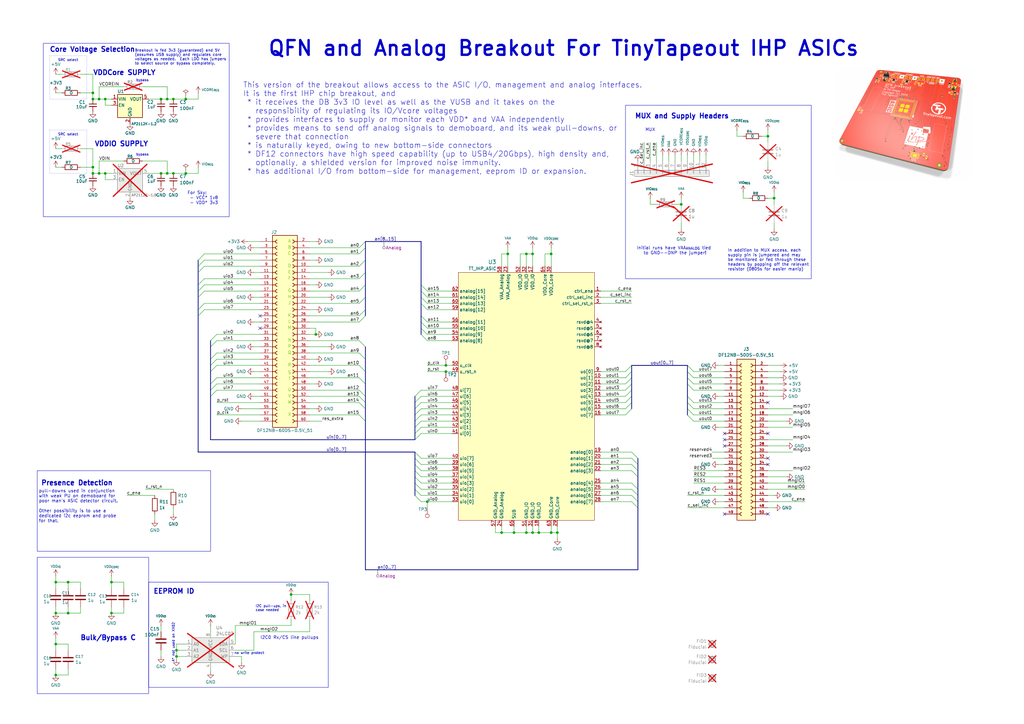
<source format=kicad_sch>
(kicad_sch (version 20250114) (generator "eeschema") (generator_version "9.0")
  (paper "A3")
  (title_block (title "QFN and Analog Breakout For TinyTapeout IHP ASICs") (date "2026-02-09") (rev "1.0") (company "Psychogenic Technologies INC") (comment 1 "(C) 2026 Pat Deegan"))
  (bus_alias "MNG" (members "RX_SDA" "CS_SCL" "SCK" "TX" "ADC"))
  (rectangle (start 20.32 53.34) (end 35.56 71.12) (stroke (width 0) (type dot)))
  (rectangle (start 20.32 22.86) (end 35.56 40.64) (stroke (width 0) (type dot)))
  (rectangle (start 15.24 228.6) (end 60.96 284.48))
  (rectangle (start 15.24 193.04) (end 86.36 226.06))
  (rectangle (start 60.96 238.76) (end 134.62 281.94))
  (rectangle (start 256.54 43.18) (end 332.74 114.3))
  (rectangle (start 17.78 17.78) (end 93.98 88.9))
  (text "Presence Detection" (at 46.355 199.39 0) (effects (font (size 2 2) (thickness 0.4) (bold yes)) (justify right bottom)))
  (text "Bulk/Bypass C" (at 55.88 262.89 0) (effects (font (size 2 2) (thickness 0.4) (bold yes)) (justify right bottom)))
  (text "G" (at 118.745 119.38 0) (effects (font (size 1.27 1.27))))
  (text "N" (at 118.745 139.7 0) (effects (font (size 1.27 1.27))))
  (text "I2C pull-ups, in \ncase needed" (at 104.775 249.555 0) (effects (font (size 1 1)) (justify left)))
  (text "P" (at 118.745 142.24 0) (effects (font (size 1.27 1.27))))
  (text "MUX" (at 266.7 53.34 0) (effects (font (size 1.27 1.27))))
  (text "pull-downs used in conjunction \nwith weak PU on demoboard for \npoor man's ASIC detector circuit.\n\nOther possibility is to use a\ndedicated i2c eeprom and probe \nfor that." (at 15.875 207.645 0) (effects (font (size 1.27 1.27)) (justify left)))
  (text "For Sky:\n - VCC* 1v8\n - VDD* 3v3" (at 76.835 81.28 0) (effects (font (size 1.27 1.27)) (justify left)))
  (text "Breakout is fed 3v3 (guaranteed) and 5V \n(assumes USB supply) and regulates core \nvoltages as needed.  Each LDO has jumpers\nto select source or bypass completely." (at 55.245 23.495 0) (effects (font (size 1.1 1.1)) (justify left)))
  (text "I2C0 Rx/CS line pullups" (at 118.745 261.62 0) (effects (font (size 1.27 1.27))))
  (text "A* not used on XX02" (at 71.12 263.525 90) (effects (font (size 1 1))))
  (text "MUX and Supply Headers" (at 260.35 48.895 0) (effects (font (size 2 2) (thickness 0.4) (bold yes)) (justify left bottom)))
  (text "L" (at 118.745 132.08 0) (effects (font (size 1.27 1.27))))
  (text "V" (at 118.745 162.56 0) (effects (font (size 1.27 1.27))))
  (text "bypass" (at 58.42 33.02 0) (effects (font (size 1 1))))
  (text "M" (at 118.745 134.62 0) (effects (font (size 1.27 1.27))))
  (text "Initial runs have VAA_{ANALOG} tied \nto GND--DNP the jumper!" (at 276.86 102.87 0) (effects (font (size 1.27 1.27))))
  (text "K" (at 118.745 129.54 0) (effects (font (size 1.27 1.27))))
  (text "VDDCore SUPPLY" (at 38.1 31.115 0) (effects (font (size 2 2) (thickness 0.4) (bold yes)) (justify left bottom)))
  (text "SRC select" (at 27.94 55.245 0) (effects (font (size 1 1))))
  (text "In addition to MUX access, each \nsupply pin is jumpered and may \nbe monitored or fed through these \nheaders by popping off the relevant\nresistor (0805s for easier manip)" (at 298.45 106.68 0) (effects (font (size 1.2 1.2)) (justify left)))
  (text "F" (at 118.745 114.3 0) (effects (font (size 1.27 1.27))))
  (text "H" (at 118.745 121.92 0) (effects (font (size 1.27 1.27))))
  (text "D" (at 118.745 109.22 0) (effects (font (size 1.27 1.27))))
  (text "bypass" (at 58.42 63.5 0) (effects (font (size 1 1))))
  (text "A" (at 118.745 99.06 0) (effects (font (size 1.27 1.27))))
  (text "T" (at 118.745 155.575 0) (effects (font (size 1.27 1.27))))
  (text "VDDIO SUPPLY" (at 38.735 60.325 0) (effects (font (size 2 2) (thickness 0.4) (bold yes)) (justify left bottom)))
  (text "R" (at 118.745 149.86 0) (effects (font (size 1.27 1.27))))
  (text "SRC select" (at 27.94 24.765 0) (effects (font (size 1 1))))
  (text "E" (at 118.745 111.76 0) (effects (font (size 1.27 1.27))))
  (text "no write protect" (at 102.235 267.97 0) (effects (font (size 1 1))))
  (text "Q" (at 118.745 144.78 0) (effects (font (size 1.27 1.27))))
  (text "This version of the breakout allows access to the ASIC I/O, management and analog interfaces.  \nIt is the first IHP chip breakout, and\n * it receives the DB 3v3 IO level as well as the VUSB and it takes on the \n   responsibility of regulating its IO/Vcore voltages\n * provides interfaces to supply or monitor each VDD* and VAA independently\n * provides means to send off analog signals to demoboard, and its weak pull-downs, or \n   severe that connection\n * is naturally keyed, owing to new bottom-side connectors\n * DF12 connectors have high speed capability (up to USB4/20Gbps), high density and,\n   optionally, a shielded version for improved noise immunity.\n * has additional I/O from bottom-side for management, eeprom ID or expansion." (at 99.695 52.705 0) (effects (font (size 2.2 2.2)) (justify left)))
  (text "X" (at 118.745 170.18 0) (effects (font (size 1.27 1.27))))
  (text "W" (at 118.745 165.1 0) (effects (font (size 1.27 1.27))))
  (text "Core Voltage Selection" (at 20.32 21.59 0) (effects (font (size 2 2) (thickness 0.4) (bold yes)) (justify left bottom)))
  (text "EEPROM ID" (at 62.865 243.84 0) (effects (font (size 2 2) (thickness 0.4) (bold yes)) (justify left bottom)))
  (text "U" (at 118.745 160.02 0) (effects (font (size 1.27 1.27))))
  (text "S" (at 118.745 153.035 0) (effects (font (size 1.27 1.27))))
  (text "C" (at 118.745 104.14 0) (effects (font (size 1.27 1.27))))
  (text "B" (at 118.745 101.6 0) (effects (font (size 1.27 1.27))))
  (text "J" (at 118.745 124.46 0) (effects (font (size 1.27 1.27))))
  (text "QFN and Analog Breakout For TinyTapeout IHP ASICs" (at 231.14 23.495 0) (effects (font (size 6 6) (thickness 1) (bold yes)) (justify bottom)))
  (junction (at 71.12 71.12))
  (junction (at 45.72 251.46))
  (junction (at 208.28 104.14))
  (junction (at 43.18 71.12))
  (junction (at 22.86 276.86))
  (junction (at 40.64 71.12))
  (junction (at 226.06 104.14))
  (junction (at 72.39 269.24))
  (junction (at 218.44 104.14))
  (junction (at 129.54 137.16))
  (junction (at 38.1 68.58))
  (junction (at 68.58 40.64))
  (junction (at 71.12 40.64))
  (junction (at 68.58 71.12))
  (junction (at 22.86 238.76))
  (junction (at 40.64 40.64))
  (junction (at 210.82 218.44))
  (junction (at 66.04 71.12))
  (junction (at 66.04 40.64))
  (junction (at 317.5 81.28))
  (junction (at 76.2 40.64))
  (junction (at 220.98 218.44))
  (junction (at 43.18 40.64))
  (junction (at 226.06 218.44))
  (junction (at 38.1 71.12))
  (junction (at 27.94 238.76))
  (junction (at 76.2 71.12))
  (junction (at 175.26 205.74))
  (junction (at 22.86 264.16))
  (junction (at 182.88 149.86))
  (junction (at 218.44 218.44))
  (junction (at 314.96 55.88))
  (junction (at 119.38 243.84))
  (junction (at 72.39 266.7))
  (junction (at 215.9 104.14))
  (junction (at 38.1 40.64))
  (junction (at 182.88 152.4))
  (junction (at 27.94 251.46))
  (junction (at 22.86 251.46))
  (junction (at 205.74 218.44))
  (junction (at 38.1 38.1))
  (junction (at 279.4 83.82))
  (junction (at 45.72 238.76))
  (junction (at 215.9 218.44))
  (junction (at 228.6 218.44))
  (no_connect (at 106.68 134.62))
  (no_connect (at 314.96 165.1))
  (no_connect (at 297.18 180.34))
  (no_connect (at 314.96 210.82))
  (no_connect (at 297.18 177.8))
  (no_connect (at 314.96 190.5))
  (no_connect (at 314.96 187.96))
  (no_connect (at 106.68 129.54))
  (no_connect (at 297.18 210.82))
  (no_connect (at 314.96 177.8))
  (no_connect (at 297.18 182.88))
  (bus_entry (at 147.32 129.54) (size 2.54 -2.54))
  (bus_entry (at 81.28 109.22) (size 2.54 -2.54))
  (bus_entry (at 147.32 101.6) (size 2.54 -2.54))
  (bus_entry (at 259.08 160.02) (size -2.54 2.54))
  (bus_entry (at 147.32 132.08) (size 2.54 -2.54))
  (bus_entry (at 170.18 170.18) (size 2.54 -2.54))
  (bus_entry (at 147.32 144.78) (size 2.54 2.54))
  (bus_entry (at 86.36 139.7) (size 2.54 -2.54))
  (bus_entry (at 147.32 114.3) (size 2.54 -2.54))
  (bus_entry (at 86.36 160.02) (size 2.54 -2.54))
  (bus_entry (at 170.18 177.8) (size 2.54 -2.54))
  (bus_entry (at 281.94 165.1) (size 2.54 2.54))
  (bus_entry (at 172.72 193.04) (size -2.54 -2.54))
  (bus_entry (at 172.72 132.08) (size 2.54 2.54))
  (bus_entry (at 259.08 198.12) (size 2.54 2.54))
  (bus_entry (at 259.08 167.64) (size -2.54 2.54))
  (bus_entry (at 170.18 165.1) (size 2.54 -2.54))
  (bus_entry (at 172.72 121.92) (size 2.54 2.54))
  (bus_entry (at 259.08 149.86) (size -2.54 2.54))
  (bus_entry (at 281.94 152.4) (size 2.54 2.54))
  (bus_entry (at 281.94 157.48) (size 2.54 2.54))
  (bus_entry (at 86.36 149.86) (size 2.54 -2.54))
  (bus_entry (at 172.72 116.84) (size 2.54 2.54))
  (bus_entry (at 170.18 172.72) (size 2.54 -2.54))
  (bus_entry (at 172.72 119.38) (size 2.54 2.54))
  (bus_entry (at 172.72 187.96) (size -2.54 -2.54))
  (bus_entry (at 86.36 152.4) (size 2.54 -2.54))
  (bus_entry (at 259.08 200.66) (size 2.54 2.54))
  (bus_entry (at 170.18 162.56) (size 2.54 -2.54))
  (bus_entry (at 259.08 165.1) (size -2.54 2.54))
  (bus_entry (at 81.28 106.68) (size 2.54 -2.54))
  (bus_entry (at 170.18 175.26) (size 2.54 -2.54))
  (bus_entry (at 147.32 109.22) (size 2.54 -2.54))
  (bus_entry (at 147.32 170.18) (size 2.54 2.54))
  (bus_entry (at 281.94 154.94) (size 2.54 2.54))
  (bus_entry (at 170.18 167.64) (size 2.54 -2.54))
  (bus_entry (at 147.32 162.56) (size 2.54 2.54))
  (bus_entry (at 147.32 104.14) (size 2.54 -2.54))
  (bus_entry (at 281.94 162.56) (size 2.54 2.54))
  (bus_entry (at 172.72 190.5) (size -2.54 -2.54))
  (bus_entry (at 259.08 154.94) (size -2.54 2.54))
  (bus_entry (at 259.08 157.48) (size -2.54 2.54))
  (bus_entry (at 172.72 134.62) (size 2.54 2.54))
  (bus_entry (at 81.28 127) (size 2.54 -2.54))
  (bus_entry (at 281.94 149.86) (size 2.54 2.54))
  (bus_entry (at 259.08 205.74) (size 2.54 2.54))
  (bus_entry (at 147.32 124.46) (size 2.54 -2.54))
  (bus_entry (at 147.32 165.1) (size 2.54 2.54))
  (bus_entry (at 172.72 205.74) (size -2.54 -2.54))
  (bus_entry (at 81.28 116.84) (size 2.54 -2.54))
  (bus_entry (at 281.94 167.64) (size 2.54 2.54))
  (bus_entry (at 172.72 198.12) (size -2.54 -2.54))
  (bus_entry (at 81.28 119.38) (size 2.54 -2.54))
  (bus_entry (at 147.32 160.02) (size 2.54 2.54))
  (bus_entry (at 259.08 187.96) (size 2.54 2.54))
  (bus_entry (at 259.08 152.4) (size -2.54 2.54))
  (bus_entry (at 259.08 162.56) (size -2.54 2.54))
  (bus_entry (at 86.36 157.48) (size 2.54 -2.54))
  (bus_entry (at 81.28 129.54) (size 2.54 -2.54))
  (bus_entry (at 86.36 147.32) (size 2.54 -2.54))
  (bus_entry (at 147.32 119.38) (size 2.54 -2.54))
  (bus_entry (at 147.32 139.7) (size 2.54 2.54))
  (bus_entry (at 86.36 162.56) (size 2.54 -2.54))
  (bus_entry (at 172.72 203.2) (size -2.54 -2.54))
  (bus_entry (at 172.72 195.58) (size -2.54 -2.54))
  (bus_entry (at 259.08 203.2) (size 2.54 2.54))
  (bus_entry (at 147.32 154.94) (size 2.54 2.54))
  (bus_entry (at 172.72 200.66) (size -2.54 -2.54))
  (bus_entry (at 259.08 190.5) (size 2.54 2.54))
  (bus_entry (at 259.08 193.04) (size 2.54 2.54))
  (bus_entry (at 259.08 185.42) (size 2.54 2.54))
  (bus_entry (at 172.72 129.54) (size 2.54 2.54))
  (bus_entry (at 81.28 121.92) (size 2.54 -2.54))
  (bus_entry (at 147.32 149.86) (size 2.54 2.54))
  (bus_entry (at 81.28 111.76) (size 2.54 -2.54))
  (bus_entry (at 170.18 180.34) (size 2.54 -2.54))
  (bus_entry (at 172.72 137.16) (size 2.54 2.54))
  (bus_entry (at 281.94 170.18) (size 2.54 2.54))
  (bus_entry (at 172.72 124.46) (size 2.54 2.54))
  (bus_entry (at 86.36 142.24) (size 2.54 -2.54))
  (bus (pts (xy 170.18 198.12) (xy 170.18 200.66)))
  (wire (pts (xy 317.5 78.74) (xy 317.5 81.28)))
  (bus (pts (xy 81.28 129.54) (xy 81.28 127)))
  (wire (pts (xy 246.38 152.4) (xy 256.54 152.4)))
  (bus (pts (xy 149.86 142.24) (xy 149.86 147.32)))
  (wire (pts (xy 172.72 165.1) (xy 185.42 165.1)))
  (wire (pts (xy 40.64 71.12) (xy 43.18 71.12)))
  (wire (pts (xy 59.69 200.66) (xy 71.12 200.66)))
  (bus (pts (xy 81.28 109.22) (xy 81.28 106.68)))
  (bus (pts (xy 170.18 170.18) (xy 170.18 172.72)))
  (wire (pts (xy 40.64 66.04) (xy 50.8 66.04)))
  (wire (pts (xy 314.96 162.56) (xy 320.04 162.56)))
  (wire (pts (xy 314.96 208.28) (xy 317.5 208.28)))
  (wire (pts (xy 228.6 218.44) (xy 226.06 218.44)))
  (wire (pts (xy 208.28 104.14) (xy 205.74 104.14)))
  (wire (pts (xy 71.12 208.28) (xy 71.12 210.82)))
  (wire (pts (xy 175.26 205.74) (xy 175.26 208.28)))
  (wire (pts (xy 317.5 81.28) (xy 317.5 83.82)))
  (wire (pts (xy 279.4 91.44) (xy 279.4 93.98)))
  (wire (pts (xy 246.38 154.94) (xy 256.54 154.94)))
  (wire (pts (xy 172.72 177.8) (xy 185.42 177.8)))
  (wire (pts (xy 314.96 195.58) (xy 322.58 195.58)))
  (wire (pts (xy 246.38 190.5) (xy 259.08 190.5)))
  (wire (pts (xy 50.8 238.76) (xy 50.8 241.3)))
  (wire (pts (xy 281.94 208.28) (xy 297.18 208.28)))
  (wire (pts (xy 45.72 251.46) (xy 50.8 251.46)))
  (wire (pts (xy 218.44 218.44) (xy 215.9 218.44)))
  (wire (pts (xy 88.9 165.1) (xy 106.68 165.1)))
  (wire (pts (xy 294.64 200.66) (xy 297.18 200.66)))
  (wire (pts (xy 304.8 81.28) (xy 307.34 81.28)))
  (bus (pts (xy 281.94 157.48) (xy 281.94 154.94)))
  (wire (pts (xy 226.06 101.6) (xy 226.06 104.14)))
  (bus (pts (xy 81.28 129.54) (xy 81.28 185.42)))
  (wire (pts (xy 127 254) (xy 127 259.08)))
  (wire (pts (xy 172.72 187.96) (xy 185.42 187.96)))
  (wire (pts (xy 38.1 40.64) (xy 40.64 40.64)))
  (bus (pts (xy 170.18 180.34) (xy 170.18 177.8)))
  (wire (pts (xy 314.96 160.02) (xy 320.04 160.02)))
  (wire (pts (xy 127 104.14) (xy 147.32 104.14)))
  (wire (pts (xy 43.18 73.66) (xy 43.18 71.12)))
  (wire (pts (xy 27.94 238.76) (xy 33.02 238.76)))
  (wire (pts (xy 45.72 43.18) (xy 43.18 43.18)))
  (wire (pts (xy 172.72 195.58) (xy 185.42 195.58)))
  (wire (pts (xy 246.38 200.66) (xy 259.08 200.66)))
  (wire (pts (xy 83.82 116.84) (xy 106.68 116.84)))
  (wire (pts (xy 284.48 152.4) (xy 297.18 152.4)))
  (wire (pts (xy 129.54 157.48) (xy 127 157.48)))
  (wire (pts (xy 276.86 83.82) (xy 279.4 83.82)))
  (bus (pts (xy 149.86 233.68) (xy 261.62 233.68)))
  (bus (pts (xy 170.18 195.58) (xy 170.18 198.12)))
  (wire (pts (xy 27.94 276.86) (xy 27.94 274.32)))
  (wire (pts (xy 289.56 66.04) (xy 289.56 63.5)))
  (wire (pts (xy 68.58 71.12) (xy 71.12 71.12)))
  (wire (pts (xy 127 142.24) (xy 134.62 142.24)))
  (wire (pts (xy 129.54 106.68) (xy 127 106.68)))
  (wire (pts (xy 96.52 256.54) (xy 119.38 256.54)))
  (wire (pts (xy 71.12 40.64) (xy 76.2 40.64)))
  (wire (pts (xy 104.14 142.24) (xy 106.68 142.24)))
  (wire (pts (xy 22.86 276.86) (xy 27.94 276.86)))
  (wire (pts (xy 88.9 170.18) (xy 106.68 170.18)))
  (bus (pts (xy 81.28 121.92) (xy 81.28 119.38)))
  (wire (pts (xy 281.94 66.04) (xy 281.94 63.5)))
  (bus (pts (xy 259.08 157.48) (xy 259.08 154.94)))
  (wire (pts (xy 83.82 106.68) (xy 106.68 106.68)))
  (wire (pts (xy 246.38 187.96) (xy 259.08 187.96)))
  (bus (pts (xy 149.86 162.56) (xy 149.86 165.1)))
  (bus (pts (xy 170.18 200.66) (xy 170.18 203.2)))
  (wire (pts (xy 119.38 254) (xy 119.38 256.54)))
  (wire (pts (xy 88.9 160.02) (xy 106.68 160.02)))
  (wire (pts (xy 182.88 149.86) (xy 175.26 149.86)))
  (wire (pts (xy 45.72 236.22) (xy 45.72 238.76)))
  (wire (pts (xy 284.48 170.18) (xy 297.18 170.18)))
  (wire (pts (xy 302.26 55.88) (xy 304.8 55.88)))
  (wire (pts (xy 314.96 53.34) (xy 314.96 55.88)))
  (wire (pts (xy 72.39 266.7) (xy 72.39 269.24)))
  (wire (pts (xy 22.86 238.76) (xy 22.86 241.3)))
  (wire (pts (xy 33.02 238.76) (xy 33.02 241.3)))
  (wire (pts (xy 185.42 152.4) (xy 182.88 152.4)))
  (wire (pts (xy 205.74 218.44) (xy 203.2 218.44)))
  (wire (pts (xy 127 124.46) (xy 147.32 124.46)))
  (wire (pts (xy 38.1 60.96) (xy 38.1 68.58)))
  (wire (pts (xy 22.86 266.7) (xy 22.86 264.16)))
  (wire (pts (xy 127 154.94) (xy 147.32 154.94)))
  (wire (pts (xy 104.14 152.4) (xy 106.68 152.4)))
  (wire (pts (xy 81.28 38.1) (xy 81.28 40.64)))
  (wire (pts (xy 38.1 68.58) (xy 38.1 71.12)))
  (bus (pts (xy 86.36 157.48) (xy 86.36 160.02)))
  (wire (pts (xy 213.36 104.14) (xy 213.36 109.22)))
  (wire (pts (xy 175.26 139.7) (xy 185.42 139.7)))
  (wire (pts (xy 175.26 119.38) (xy 185.42 119.38)))
  (bus (pts (xy 170.18 165.1) (xy 170.18 167.64)))
  (bus (pts (xy 170.18 190.5) (xy 170.18 193.04)))
  (wire (pts (xy 172.72 175.26) (xy 185.42 175.26)))
  (bus (pts (xy 149.86 111.76) (xy 149.86 116.84)))
  (wire (pts (xy 294.64 162.56) (xy 297.18 162.56)))
  (wire (pts (xy 127 109.22) (xy 147.32 109.22)))
  (wire (pts (xy 175.26 124.46) (xy 185.42 124.46)))
  (wire (pts (xy 129.54 116.84) (xy 127 116.84)))
  (wire (pts (xy 314.96 185.42) (xy 325.12 185.42)))
  (wire (pts (xy 40.64 40.64) (xy 43.18 40.64)))
  (bus (pts (xy 149.86 167.64) (xy 149.86 172.72)))
  (wire (pts (xy 203.2 218.44) (xy 203.2 215.9)))
  (wire (pts (xy 76.2 40.64) (xy 81.28 40.64)))
  (wire (pts (xy 215.9 215.9) (xy 215.9 218.44)))
  (wire (pts (xy 284.48 157.48) (xy 297.18 157.48)))
  (wire (pts (xy 246.38 165.1) (xy 256.54 165.1)))
  (wire (pts (xy 172.72 190.5) (xy 185.42 190.5)))
  (wire (pts (xy 43.18 40.64) (xy 45.72 40.64)))
  (wire (pts (xy 292.1 185.42) (xy 297.18 185.42)))
  (bus (pts (xy 261.62 203.2) (xy 261.62 205.74)))
  (bus (pts (xy 259.08 152.4) (xy 259.08 149.86)))
  (wire (pts (xy 226.06 218.44) (xy 220.98 218.44)))
  (wire (pts (xy 215.9 104.14) (xy 213.36 104.14)))
  (wire (pts (xy 172.72 167.64) (xy 185.42 167.64)))
  (wire (pts (xy 127 165.1) (xy 147.32 165.1)))
  (bus (pts (xy 81.28 121.92) (xy 81.28 127)))
  (wire (pts (xy 294.64 149.86) (xy 297.18 149.86)))
  (wire (pts (xy 127 149.86) (xy 147.32 149.86)))
  (wire (pts (xy 127 137.16) (xy 129.54 137.16)))
  (wire (pts (xy 314.96 203.2) (xy 317.5 203.2)))
  (bus (pts (xy 261.62 200.66) (xy 261.62 203.2)))
  (wire (pts (xy 72.39 269.24) (xy 76.2 269.24)))
  (wire (pts (xy 45.72 248.92) (xy 45.72 251.46)))
  (wire (pts (xy 22.86 236.22) (xy 22.86 238.76)))
  (wire (pts (xy 104.14 101.6) (xy 106.68 101.6)))
  (wire (pts (xy 127 160.02) (xy 147.32 160.02)))
  (wire (pts (xy 284.48 160.02) (xy 297.18 160.02)))
  (wire (pts (xy 129.54 147.32) (xy 127 147.32)))
  (wire (pts (xy 88.9 149.86) (xy 106.68 149.86)))
  (wire (pts (xy 292.1 187.96) (xy 297.18 187.96)))
  (wire (pts (xy 27.94 251.46) (xy 33.02 251.46)))
  (wire (pts (xy 314.96 172.72) (xy 322.58 172.72)))
  (wire (pts (xy 66.04 40.64) (xy 68.58 40.64)))
  (bus (pts (xy 149.86 101.6) (xy 149.86 106.68)))
  (wire (pts (xy 96.52 269.24) (xy 99.06 269.24)))
  (wire (pts (xy 68.58 40.64) (xy 71.12 40.64)))
  (wire (pts (xy 68.58 66.04) (xy 68.58 71.12)))
  (wire (pts (xy 205.74 215.9) (xy 205.74 218.44)))
  (wire (pts (xy 127 134.62) (xy 129.54 134.62)))
  (bus (pts (xy 261.62 208.28) (xy 261.62 233.68)))
  (wire (pts (xy 71.12 71.12) (xy 76.2 71.12)))
  (wire (pts (xy 63.5 210.82) (xy 63.5 213.36)))
  (bus (pts (xy 259.08 160.02) (xy 259.08 157.48)))
  (wire (pts (xy 226.06 104.14) (xy 223.52 104.14)))
  (wire (pts (xy 172.72 205.74) (xy 175.26 205.74)))
  (wire (pts (xy 86.36 274.32) (xy 86.36 275.59)))
  (wire (pts (xy 215.9 104.14) (xy 215.9 109.22)))
  (wire (pts (xy 58.42 35.56) (xy 68.58 35.56)))
  (wire (pts (xy 50.8 248.92) (xy 50.8 251.46)))
  (wire (pts (xy 246.38 193.04) (xy 259.08 193.04)))
  (wire (pts (xy 52.07 203.2) (xy 63.5 203.2)))
  (wire (pts (xy 314.96 154.94) (xy 320.04 154.94)))
  (wire (pts (xy 22.86 68.58) (xy 25.4 68.58)))
  (bus (pts (xy 170.18 193.04) (xy 170.18 195.58)))
  (wire (pts (xy 127 172.72) (xy 132.08 172.72)))
  (wire (pts (xy 127 114.3) (xy 147.32 114.3)))
  (wire (pts (xy 220.98 215.9) (xy 220.98 218.44)))
  (wire (pts (xy 246.38 160.02) (xy 256.54 160.02)))
  (wire (pts (xy 314.96 55.88) (xy 314.96 58.42)))
  (wire (pts (xy 314.96 198.12) (xy 330.2 198.12)))
  (wire (pts (xy 45.72 238.76) (xy 50.8 238.76)))
  (wire (pts (xy 83.82 104.14) (xy 106.68 104.14)))
  (wire (pts (xy 66.04 71.12) (xy 68.58 71.12)))
  (wire (pts (xy 43.18 71.12) (xy 45.72 71.12)))
  (wire (pts (xy 104.14 121.92) (xy 106.68 121.92)))
  (bus (pts (xy 281.94 167.64) (xy 281.94 165.1)))
  (bus (pts (xy 259.08 165.1) (xy 259.08 162.56)))
  (wire (pts (xy 76.2 39.37) (xy 76.2 40.64)))
  (wire (pts (xy 314.96 149.86) (xy 320.04 149.86)))
  (bus (pts (xy 281.94 154.94) (xy 281.94 152.4)))
  (wire (pts (xy 259.08 124.46) (xy 246.38 124.46)))
  (bus (pts (xy 172.72 132.08) (xy 172.72 134.62)))
  (wire (pts (xy 96.52 266.7) (xy 104.14 266.7)))
  (bus (pts (xy 170.18 172.72) (xy 170.18 175.26)))
  (wire (pts (xy 317.5 91.44) (xy 317.5 93.98)))
  (wire (pts (xy 43.18 43.18) (xy 43.18 40.64)))
  (bus (pts (xy 259.08 154.94) (xy 259.08 152.4)))
  (bus (pts (xy 172.72 121.92) (xy 172.72 124.46)))
  (wire (pts (xy 259.08 119.38) (xy 246.38 119.38)))
  (wire (pts (xy 314.96 182.88) (xy 322.58 182.88)))
  (wire (pts (xy 33.02 60.96) (xy 38.1 60.96)))
  (wire (pts (xy 127 162.56) (xy 147.32 162.56)))
  (wire (pts (xy 127 139.7) (xy 147.32 139.7)))
  (wire (pts (xy 284.48 66.04) (xy 284.48 63.5)))
  (wire (pts (xy 314.96 66.04) (xy 314.96 68.58)))
  (wire (pts (xy 218.44 215.9) (xy 218.44 218.44)))
  (wire (pts (xy 86.36 256.54) (xy 86.36 259.08)))
  (wire (pts (xy 287.02 66.04) (xy 287.02 63.5)))
  (wire (pts (xy 22.86 274.32) (xy 22.86 276.86)))
  (bus (pts (xy 261.62 190.5) (xy 261.62 193.04)))
  (wire (pts (xy 45.72 73.66) (xy 43.18 73.66)))
  (wire (pts (xy 274.32 66.04) (xy 274.32 63.5)))
  (wire (pts (xy 127 99.06) (xy 129.54 99.06)))
  (wire (pts (xy 276.86 66.04) (xy 276.86 63.5)))
  (wire (pts (xy 88.9 157.48) (xy 106.68 157.48)))
  (wire (pts (xy 127 129.54) (xy 147.32 129.54)))
  (wire (pts (xy 33.02 38.1) (xy 38.1 38.1)))
  (wire (pts (xy 27.94 238.76) (xy 27.94 241.3)))
  (wire (pts (xy 88.9 147.32) (xy 106.68 147.32)))
  (wire (pts (xy 72.39 264.16) (xy 72.39 266.7)))
  (wire (pts (xy 83.82 127) (xy 106.68 127)))
  (wire (pts (xy 99.06 269.24) (xy 99.06 271.78)))
  (wire (pts (xy 129.54 167.64) (xy 127 167.64)))
  (wire (pts (xy 104.14 162.56) (xy 106.68 162.56)))
  (bus (pts (xy 261.62 205.74) (xy 261.62 208.28)))
  (wire (pts (xy 76.2 264.16) (xy 72.39 264.16)))
  (wire (pts (xy 127 101.6) (xy 147.32 101.6)))
  (wire (pts (xy 314.96 200.66) (xy 330.2 200.66)))
  (wire (pts (xy 22.86 38.1) (xy 25.4 38.1)))
  (wire (pts (xy 228.6 215.9) (xy 228.6 218.44)))
  (wire (pts (xy 210.82 215.9) (xy 210.82 218.44)))
  (wire (pts (xy 226.06 215.9) (xy 226.06 218.44)))
  (wire (pts (xy 284.48 167.64) (xy 297.18 167.64)))
  (wire (pts (xy 314.96 170.18) (xy 325.12 170.18)))
  (bus (pts (xy 149.86 99.06) (xy 149.86 101.6)))
  (bus (pts (xy 81.28 111.76) (xy 81.28 116.84)))
  (bus (pts (xy 149.86 116.84) (xy 149.86 121.92)))
  (wire (pts (xy 40.64 35.56) (xy 50.8 35.56)))
  (wire (pts (xy 175.26 137.16) (xy 185.42 137.16)))
  (bus (pts (xy 170.18 162.56) (xy 170.18 165.1)))
  (wire (pts (xy 96.52 256.54) (xy 96.52 264.16)))
  (wire (pts (xy 172.72 160.02) (xy 185.42 160.02)))
  (wire (pts (xy 314.96 167.64) (xy 325.12 167.64)))
  (wire (pts (xy 175.26 121.92) (xy 185.42 121.92)))
  (bus (pts (xy 261.62 193.04) (xy 261.62 195.58)))
  (wire (pts (xy 83.82 114.3) (xy 106.68 114.3)))
  (bus (pts (xy 170.18 187.96) (xy 170.18 190.5)))
  (wire (pts (xy 172.72 170.18) (xy 185.42 170.18)))
  (wire (pts (xy 22.86 264.16) (xy 27.94 264.16)))
  (bus (pts (xy 170.18 167.64) (xy 170.18 170.18)))
  (bus (pts (xy 281.94 162.56) (xy 281.94 157.48)))
  (wire (pts (xy 294.64 205.74) (xy 297.18 205.74)))
  (bus (pts (xy 281.94 170.18) (xy 281.94 167.64)))
  (bus (pts (xy 170.18 175.26) (xy 170.18 177.8)))
  (wire (pts (xy 246.38 185.42) (xy 259.08 185.42)))
  (wire (pts (xy 228.6 218.44) (xy 228.6 220.98)))
  (wire (pts (xy 246.38 167.64) (xy 256.54 167.64)))
  (wire (pts (xy 208.28 101.6) (xy 208.28 104.14)))
  (wire (pts (xy 246.38 205.74) (xy 259.08 205.74)))
  (wire (pts (xy 208.28 104.14) (xy 208.28 109.22)))
  (wire (pts (xy 223.52 104.14) (xy 223.52 109.22)))
  (bus (pts (xy 149.86 121.92) (xy 149.86 127)))
  (wire (pts (xy 294.64 175.26) (xy 297.18 175.26)))
  (wire (pts (xy 38.1 38.1) (xy 38.1 40.64)))
  (bus (pts (xy 261.62 195.58) (xy 261.62 200.66)))
  (bus (pts (xy 86.36 142.24) (xy 86.36 147.32)))
  (wire (pts (xy 101.6 99.06) (xy 106.68 99.06)))
  (wire (pts (xy 72.39 269.24) (xy 72.39 270.51)))
  (bus (pts (xy 259.08 167.64) (xy 259.08 165.1)))
  (wire (pts (xy 127 132.08) (xy 147.32 132.08)))
  (bus (pts (xy 86.36 160.02) (xy 86.36 162.56)))
  (wire (pts (xy 99.06 172.72) (xy 106.68 172.72)))
  (bus (pts (xy 81.28 185.42) (xy 170.18 185.42)))
  (bus (pts (xy 259.08 149.86) (xy 281.94 149.86)))
  (wire (pts (xy 279.4 83.82) (xy 279.4 81.28)))
  (bus (pts (xy 261.62 187.96) (xy 261.62 190.5)))
  (wire (pts (xy 284.48 195.58) (xy 297.18 195.58)))
  (bus (pts (xy 81.28 119.38) (xy 81.28 116.84)))
  (wire (pts (xy 246.38 170.18) (xy 256.54 170.18)))
  (wire (pts (xy 264.16 58.42) (xy 264.16 66.04)))
  (wire (pts (xy 314.96 193.04) (xy 325.12 193.04)))
  (wire (pts (xy 314.96 81.28) (xy 317.5 81.28)))
  (wire (pts (xy 281.94 203.2) (xy 297.18 203.2)))
  (bus (pts (xy 170.18 185.42) (xy 170.18 187.96)))
  (wire (pts (xy 27.94 248.92) (xy 27.94 251.46)))
  (wire (pts (xy 246.38 157.48) (xy 256.54 157.48)))
  (bus (pts (xy 149.86 106.68) (xy 149.86 111.76)))
  (wire (pts (xy 66.04 266.7) (xy 66.04 269.24)))
  (wire (pts (xy 294.64 190.5) (xy 297.18 190.5)))
  (wire (pts (xy 119.38 243.84) (xy 127 243.84)))
  (wire (pts (xy 284.48 172.72) (xy 297.18 172.72)))
  (wire (pts (xy 218.44 101.6) (xy 218.44 104.14)))
  (bus (pts (xy 281.94 165.1) (xy 281.94 162.56)))
  (wire (pts (xy 284.48 154.94) (xy 297.18 154.94)))
  (wire (pts (xy 68.58 35.56) (xy 68.58 40.64)))
  (bus (pts (xy 86.36 147.32) (xy 86.36 149.86)))
  (bus (pts (xy 149.86 147.32) (xy 149.86 152.4)))
  (bus (pts (xy 172.72 116.84) (xy 172.72 119.38)))
  (wire (pts (xy 266.7 58.42) (xy 266.7 66.04)))
  (wire (pts (xy 127 144.78) (xy 147.32 144.78)))
  (wire (pts (xy 304.8 78.74) (xy 304.8 81.28)))
  (wire (pts (xy 88.9 137.16) (xy 106.68 137.16)))
  (wire (pts (xy 314.96 55.88) (xy 312.42 55.88)))
  (bus (pts (xy 149.86 172.72) (xy 149.86 233.68)))
  (wire (pts (xy 210.82 218.44) (xy 205.74 218.44)))
  (bus (pts (xy 86.36 162.56) (xy 86.36 180.34)))
  (wire (pts (xy 129.54 127) (xy 127 127)))
  (wire (pts (xy 175.26 127) (xy 185.42 127)))
  (wire (pts (xy 246.38 198.12) (xy 259.08 198.12)))
  (wire (pts (xy 72.39 266.7) (xy 76.2 266.7)))
  (wire (pts (xy 66.04 256.54) (xy 66.04 259.08)))
  (wire (pts (xy 302.26 53.34) (xy 302.26 55.88)))
  (wire (pts (xy 314.96 205.74) (xy 330.2 205.74)))
  (wire (pts (xy 33.02 251.46) (xy 33.02 248.92)))
  (wire (pts (xy 284.48 165.1) (xy 297.18 165.1)))
  (wire (pts (xy 172.72 200.66) (xy 185.42 200.66)))
  (wire (pts (xy 271.78 66.04) (xy 271.78 63.5)))
  (wire (pts (xy 33.02 68.58) (xy 38.1 68.58)))
  (wire (pts (xy 172.72 203.2) (xy 185.42 203.2)))
  (wire (pts (xy 314.96 152.4) (xy 320.04 152.4)))
  (wire (pts (xy 27.94 264.16) (xy 27.94 266.7)))
  (wire (pts (xy 76.2 69.85) (xy 76.2 71.12)))
  (wire (pts (xy 81.28 68.58) (xy 81.28 71.12)))
  (wire (pts (xy 22.86 60.96) (xy 25.4 60.96)))
  (bus (pts (xy 149.86 157.48) (xy 149.86 162.56)))
  (wire (pts (xy 22.86 251.46) (xy 27.94 251.46)))
  (wire (pts (xy 38.1 71.12) (xy 40.64 71.12)))
  (wire (pts (xy 127 170.18) (xy 147.32 170.18)))
  (wire (pts (xy 119.38 243.84) (xy 119.38 246.38)))
  (wire (pts (xy 220.98 218.44) (xy 218.44 218.44)))
  (wire (pts (xy 279.4 66.04) (xy 279.4 63.5)))
  (wire (pts (xy 172.72 162.56) (xy 185.42 162.56)))
  (wire (pts (xy 22.86 261.62) (xy 22.86 264.16)))
  (wire (pts (xy 127 121.92) (xy 134.62 121.92)))
  (bus (pts (xy 259.08 162.56) (xy 259.08 160.02)))
  (wire (pts (xy 175.26 205.74) (xy 185.42 205.74)))
  (wire (pts (xy 104.14 132.08) (xy 106.68 132.08)))
  (wire (pts (xy 38.1 30.48) (xy 38.1 38.1)))
  (wire (pts (xy 175.26 132.08) (xy 185.42 132.08)))
  (wire (pts (xy 40.64 40.64) (xy 40.64 35.56)))
  (wire (pts (xy 127 152.4) (xy 134.62 152.4)))
  (wire (pts (xy 22.86 248.92) (xy 22.86 251.46)))
  (wire (pts (xy 314.96 175.26) (xy 325.12 175.26)))
  (bus (pts (xy 149.86 99.06) (xy 172.72 99.06)))
  (bus (pts (xy 86.36 149.86) (xy 86.36 152.4)))
  (wire (pts (xy 259.08 121.92) (xy 246.38 121.92)))
  (wire (pts (xy 104.14 111.76) (xy 106.68 111.76)))
  (wire (pts (xy 104.14 259.08) (xy 127 259.08)))
  (bus (pts (xy 172.72 124.46) (xy 172.72 129.54)))
  (wire (pts (xy 88.9 139.7) (xy 106.68 139.7)))
  (wire (pts (xy 88.9 144.78) (xy 106.68 144.78)))
  (wire (pts (xy 99.06 167.64) (xy 106.68 167.64)))
  (wire (pts (xy 60.96 71.12) (xy 66.04 71.12)))
  (wire (pts (xy 172.72 198.12) (xy 185.42 198.12)))
  (wire (pts (xy 33.02 30.48) (xy 38.1 30.48)))
  (wire (pts (xy 185.42 149.86) (xy 182.88 149.86)))
  (wire (pts (xy 104.14 266.7) (xy 104.14 259.08)))
  (wire (pts (xy 172.72 172.72) (xy 185.42 172.72)))
  (wire (pts (xy 127 119.38) (xy 147.32 119.38)))
  (wire (pts (xy 45.72 238.76) (xy 45.72 241.3)))
  (wire (pts (xy 218.44 104.14) (xy 218.44 109.22)))
  (wire (pts (xy 205.74 104.14) (xy 205.74 109.22)))
  (wire (pts (xy 246.38 203.2) (xy 259.08 203.2)))
  (wire (pts (xy 218.44 104.14) (xy 215.9 104.14)))
  (wire (pts (xy 60.96 40.64) (xy 66.04 40.64)))
  (wire (pts (xy 83.82 119.38) (xy 106.68 119.38)))
  (wire (pts (xy 269.24 58.42) (xy 269.24 66.04)))
  (bus (pts (xy 172.72 119.38) (xy 172.72 121.92)))
  (wire (pts (xy 22.86 30.48) (xy 25.4 30.48)))
  (wire (pts (xy 175.26 134.62) (xy 185.42 134.62)))
  (wire (pts (xy 314.96 157.48) (xy 320.04 157.48)))
  (wire (pts (xy 129.54 134.62) (xy 129.54 137.16)))
  (bus (pts (xy 81.28 111.76) (xy 81.28 109.22)))
  (wire (pts (xy 182.88 152.4) (xy 175.26 152.4)))
  (bus (pts (xy 86.36 180.34) (xy 170.18 180.34)))
  (wire (pts (xy 88.9 154.94) (xy 106.68 154.94)))
  (bus (pts (xy 172.72 99.06) (xy 172.72 116.84)))
  (bus (pts (xy 86.36 139.7) (xy 86.36 142.24)))
  (wire (pts (xy 40.64 71.12) (xy 40.64 66.04)))
  (wire (pts (xy 266.7 81.28) (xy 266.7 83.82)))
  (bus (pts (xy 149.86 152.4) (xy 149.86 157.48)))
  (wire (pts (xy 246.38 162.56) (xy 256.54 162.56)))
  (wire (pts (xy 172.72 193.04) (xy 185.42 193.04)))
  (bus (pts (xy 149.86 165.1) (xy 149.86 167.64)))
  (wire (pts (xy 127 111.76) (xy 134.62 111.76)))
  (wire (pts (xy 22.86 238.76) (xy 27.94 238.76)))
  (wire (pts (xy 284.48 193.04) (xy 297.18 193.04)))
  (wire (pts (xy 215.9 218.44) (xy 210.82 218.44)))
  (bus (pts (xy 281.94 152.4) (xy 281.94 149.86)))
  (bus (pts (xy 172.72 129.54) (xy 172.72 132.08)))
  (wire (pts (xy 226.06 104.14) (xy 226.06 109.22)))
  (bus (pts (xy 149.86 127) (xy 149.86 129.54)))
  (wire (pts (xy 266.7 83.82) (xy 269.24 83.82)))
  (wire (pts (xy 76.2 71.12) (xy 81.28 71.12)))
  (wire (pts (xy 314.96 180.34) (xy 325.12 180.34)))
  (wire (pts (xy 83.82 124.46) (xy 106.68 124.46)))
  (bus (pts (xy 86.36 152.4) (xy 86.36 157.48)))
  (bus (pts (xy 172.72 134.62) (xy 172.72 137.16)))
  (wire (pts (xy 83.82 109.22) (xy 106.68 109.22)))
  (wire (pts (xy 58.42 66.04) (xy 68.58 66.04)))
  (wire (pts (xy 127 243.84) (xy 127 246.38)))
  (wire (pts (xy 284.48 198.12) (xy 297.18 198.12)))
  (image (at 370.84 50.8) (scale 0.541285))
  (label "reserved3" (at 292.1 187.96 180))
  (label "c_rst_n" (at 281.94 203.2 0))
  (label "an[8..15]" (at 162.56 99.06 180))
  (label "an0" (at 147.32 101.6 180))
  (label "mngIO1" (at 330.2 198.12 180))
  (label "uio1" (at 91.44 106.68 0))
  (label "uin3" (at 91.44 147.32 0))
  (label "an8" (at 175.26 139.7 0))
  (label "an2" (at 254 190.5 180))
  (label "RES1" (at 284.48 198.12 0))
  (label "uio1" (at 175.26 203.2 0))
  (label "uout0" (at 292.1 172.72 180))
  (label "c_rst_n" (at 266.7 58.42 270))
  (label "mngIO3" (at 325.12 185.42 0))
  (label "uio3" (at 91.44 114.3 0))
  (label "VDIN" (at 40.64 66.04 0))
  (label "uio[0..7]" (at 142.24 185.42 180))
  (label "c_sel_inc" (at 264.16 58.42 270))
  (label "uout7" (at 292.1 152.4 180))
  (label "mngIO7" (at 325.12 167.64 0))
  (label "uout2" (at 254 157.48 180))
  (label "uio3" (at 175.26 198.12 0))
  (label "RES2" (at 284.48 195.58 0))
  (label "uin3" (at 175.26 170.18 0))
  (label "an3" (at 254 193.04 180))
  (label "an15" (at 147.32 170.18 180))
  (label "uin6" (at 175.26 162.56 0))
  (label "uin[0..7]" (at 142.24 180.34 180))
  (label "uout4" (at 254 162.56 180))
  (label "uin0" (at 91.44 137.16 0))
  (label "uio2" (at 175.26 200.66 0))
  (label "an0" (at 254 185.42 180))
  (label "an14" (at 175.26 121.92 0))
  (label "uout[0..7]" (at 266.7 149.86 0))
  (label "an8" (at 147.32 139.7 180))
  (label "uio4" (at 91.44 116.84 0))
  (label "an5" (at 147.32 124.46 180))
  (label "uout7" (at 254 170.18 180))
  (label "uout4" (at 292.1 160.02 180))
  (label "an1" (at 147.32 104.14 180))
  (label "uio5" (at 175.26 193.04 0))
  (label "p_clk" (at 88.9 170.18 0))
  (label "an15" (at 175.26 119.38 0))
  (label "uio0" (at 175.26 205.74 0))
  (label "RES3" (at 284.48 193.04 0))
  (label "c_ena" (at 259.08 119.38 180))
  (label "c_sel_inc" (at 281.94 208.28 0))
  (label "uio2" (at 91.44 109.22 0))
  (label "uin0" (at 175.26 177.8 0))
  (label "uout5" (at 254 165.1 180))
  (label "res_extra" (at 132.08 172.72 0))
  (label "p_rst" (at 175.26 152.4 0))
  (label "uio6" (at 175.26 190.5 0))
  (label "an7" (at 254 205.74 180))
  (label "mngIO1" (at 105.41 256.54 180))
  (label "uout6" (at 292.1 154.94 180))
  (label "uout3" (at 292.1 165.1 180))
  (label "c_sel_inc" (at 259.08 121.92 180))
  (label "an4" (at 147.32 119.38 180))
  (label "p_clk" (at 175.26 149.86 0))
  (label "uin5" (at 175.26 165.1 0))
  (label "an11" (at 147.32 154.94 180))
  (label "uin4" (at 175.26 167.64 0))
  (label "uout2" (at 292.1 167.64 180))
  (label "c_rst_n" (at 59.69 200.66 0))
  (label "uio5" (at 91.44 119.38 0))
  (label "an12" (at 175.26 127 0))
  (label "an3" (at 147.32 114.3 180))
  (label "mngIO4" (at 325.12 180.34 0))
  (label "an9" (at 147.32 144.78 180))
  (label "c_ena" (at 269.24 58.42 270))
  (label "uin7" (at 175.26 160.02 0))
  (label "an11" (at 175.26 132.08 0))
  (label "an10" (at 175.26 134.62 0))
  (label "mngIO2" (at 325.12 193.04 0))
  (label "an14" (at 147.32 165.1 180))
  (label "uout0" (at 254 152.4 180))
  (label "an1" (at 254 187.96 180))
  (label "c_rst_n" (at 259.08 124.46 180))
  (label "uio0" (at 91.44 104.14 0))
  (label "an6" (at 254 203.2 180))
  (label "p_rst" (at 88.9 165.1 0))
  (label "uin1" (at 91.44 139.7 0))
  (label "uout1" (at 254 154.94 180))
  (label "an13" (at 175.26 124.46 0))
  (label "uout1" (at 292.1 170.18 180))
  (label "an[0..7]" (at 162.56 233.68 180))
  (label "uin5" (at 91.44 154.94 0))
  (label "uin1" (at 175.26 175.26 0))
  (label "mngIO2" (at 106.68 259.08 0))
  (label "c_ena" (at 52.07 203.2 0))
  (label "uio4" (at 175.26 195.58 0))
  (label "reserved4" (at 292.1 185.42 180))
  (label "mngIO5" (at 325.12 175.26 0))
  (label "uio7" (at 91.44 127 0))
  (label "VCOREIN" (at 40.64 35.56 0))
  (label "uin2" (at 175.26 172.72 0))
  (label "an12" (at 147.32 160.02 180))
  (label "uout5" (at 292.1 157.48 180))
  (label "mngIO6" (at 325.12 170.18 0))
  (label "uio6" (at 91.44 124.46 0))
  (label "uin4" (at 91.44 149.86 0))
  (label "an4" (at 254 198.12 180))
  (label "an10" (at 147.32 149.86 180))
  (label "an5" (at 254 200.66 180))
  (label "an2" (at 147.32 109.22 180))
  (label "uout3" (at 254 160.02 180))
  (label "uin2" (at 91.44 144.78 0))
  (label "an7" (at 147.32 132.08 180))
  (label "uout6" (at 254 167.64 180))
  (label "an6" (at 147.32 129.54 180))
  (label "uio7" (at 175.26 187.96 0))
  (label "uin6" (at 91.44 157.48 0))
  (label "an13" (at 147.32 162.56 180))
  (label "mngIO0" (at 330.2 200.66 180))
  (label "an9" (at 175.26 137.16 0))
  (label "uin7" (at 91.44 160.02 0))
  (label "c_ena" (at 330.2 205.74 180))
  (netclass_flag "" (length 2.54) (shape round) (at 154.94 233.68 180) (property "Netclass" "Analog" (at 155.6385 236.22 0) (effects (justify left))))
  (netclass_flag "" (length 2.54) (shape round) (at 157.48 99.06 180) (property "Netclass" "Analog" (at 158.1785 101.6 0) (effects (justify left))))
  (symbol (lib_id "power:GND") (at 294.64 200.66 270) (unit 1)
    (property "Reference" "#PWR071" (effects (hide yes)))
    (property "Value" "GND" (at 291.4651 200.66 90) (effects (justify right)))
    (property "Description" "Power symbol creates a global label with name \"GND\" , ground" (effects (hide yes)))
  )
  (symbol (lib_id "psycomponents:PsyCapacitors/C_1u_0402_1005-20") (at 22.86 241.3 0) (unit 1)
    (property "Reference" "C10" (at 17.78 244.475 0) (effects (font (size 1.1 1.1)) (justify left)))
    (property "Value" "1u" (at 17.78 246.7625 0) (effects (justify left)))
    (property "Footprint" "Capacitor_SMD:C_0402_1005Metric" (effects (hide yes)))
    (property "Datasheet" "//mm.digikey.com/Volume0/opasdata/d220001/medias/docus/609/CL05A105KO5NNNC_Spec_5-2-19.pdf" (effects (hide yes)))
    (property "Description" "1 µF ±10% 16V Ceramic Capacitor X5R 0402 (1005 Metric)" (effects (hide yes)))
    (property "MPN" "CL05A105KO5NNNC" (effects (hide yes)))
    (property "Manufacturer" "Samsung Electro-Mechanics" (effects (hide yes)))
    (property "Package / Case" "0402 (1005 Metric)" (effects (hide yes)))
    (property "Characteristics" "CAP CER 1UF 16V X5R 0402" (effects (hide yes)))
    (property "DigikeyPN" "1276-1067-1-ND" (effects (hide yes)))
  )
  (symbol (lib_id "Device:C_Small") (at 38.1 43.18 0) (unit 1)
    (property "Reference" "C1" (at 32.385 41.91 0) (effects (justify left)))
    (property "Value" "10uF" (at 31.115 43.815 0) (effects (justify left)))
    (property "Footprint" "Capacitor_SMD:C_0805_2012Metric" (effects (hide yes)))
    (property "LCSC" "C408142" (effects (hide yes)))
    (property "MPN" "GRM21BR71C106KE51L" (effects (hide yes)))
    (property "MPN_ALT" "LMK212AB7106MG-T" (effects (hide yes)))
    (property "Characteristics" "10u 10V XR 0805" (effects (hide yes)))
  )
  (symbol (lib_id "power:GND") (at 104.14 101.6 270) (mirror x) (unit 1)
    (property "Reference" "#PWR035" (effects (hide yes)))
    (property "Value" "GND" (at 100.9651 101.6 90) (effects (justify right)))
    (property "Description" "Power symbol creates a global label with name \"GND\" , ground" (effects (hide yes)))
  )
  (symbol (lib_id "TinyTapeout:QFN_TT_IHP_REV25A") (at 246.38 119.38 0) (mirror y) (unit 1)
    (property "Reference" "U3" (at 203.5967 107.4773 0) (effects (font (size 1.6 1.6)) (justify left)))
    (property "Value" "TT_IHP_ASIC" (at 203.5967 110.1669 0) (effects (justify left)))
    (property "Footprint" "TinyTapeout:QFN-64-1EP_9x9mm_P0.5mm_EP4.7x4.7mm_IHP" (effects (hide yes)))
  )
  (symbol (lib_id "power:+3V3") (at 22.86 236.22 0) (unit 1)
    (property "Reference" "#PWR078" (effects (hide yes)))
    (property "Value" "VDD_{IO}" (at 22.86 232.3041 0) (effects (font (size 1 1))))
    (property "Description" "Power symbol creates a global label with name \"+3V3\"" (effects (hide yes)))
  )
  (symbol (lib_id "power:GND") (at 322.58 195.58 90) (unit 1)
    (property "Reference" "#PWR070" (effects (hide yes)))
    (property "Value" "GND" (at 325.755 195.58 90) (effects (justify right)))
    (property "Description" "Power symbol creates a global label with name \"GND\" , ground" (effects (hide yes)))
  )
  (symbol (lib_id "Device:C_Small") (at 38.1 73.66 0) (unit 1)
    (property "Reference" "C5" (at 32.385 72.39 0) (effects (justify left)))
    (property "Value" "10uF" (at 31.115 74.295 0) (effects (justify left)))
    (property "Footprint" "Capacitor_SMD:C_0805_2012Metric" (effects (hide yes)))
    (property "LCSC" "C408142" (effects (hide yes)))
    (property "MPN" "GRM21BR71C106KE51L" (effects (hide yes)))
    (property "MPN_ALT" "LMK212AB7106MG-T" (effects (hide yes)))
    (property "Characteristics" "10u 10V XR 0805" (effects (hide yes)))
  )
  (symbol (lib_id "power:+3V3") (at 302.26 53.34 0) (unit 1)
    (property "Reference" "#PWR08" (effects (hide yes)))
    (property "Value" "VCORE_{REG}" (at 299.72 49.53 0) (effects (font (size 1 1)) (justify left)))
    (property "Description" "Power symbol creates a global label with name \"+3V3\"" (effects (hide yes)))
  )
  (symbol (lib_id "power:+3V3") (at 279.4 81.28 0) (unit 1)
    (property "Reference" "#PWR030" (effects (hide yes)))
    (property "Value" "VAA" (at 279.4 77.3641 0) (effects (font (size 1 1))))
    (property "Description" "Power symbol creates a global label with name \"+3V3\"" (effects (hide yes)))
  )
  (symbol (lib_id "power:+3V3") (at 314.96 53.34 0) (unit 1)
    (property "Reference" "#PWR09" (effects (hide yes)))
    (property "Value" "VDD_{CORE}" (at 313.69 49.53 0) (effects (font (size 1 1)) (justify left)))
    (property "Description" "Power symbol creates a global label with name \"+3V3\"" (effects (hide yes)))
  )
  (symbol (lib_id "power:GND") (at 53.34 81.28 0) (unit 1)
    (property "Reference" "#PWR028" (effects (hide yes)))
    (property "Value" "GND" (at 53.34 85.09 0))
  )
  (symbol (lib_id "psycomponents:PsyResistors_IEC/R_0_0603_1608-46") (at 304.8 55.88 90) (unit 1)
    (property "Reference" "R4" (at 307.34 53.975 90) (effects (font (size 1.1 1.1))))
    (property "Value" "0" (at 308.61 55.88 90))
    (property "Footprint" "Resistor_SMD:R_0805_2012Metric" (effects (hide yes)))
    (property "MPN" "RC0805JR-100RL" (effects (hide yes)))
    (property "Characteristics" "RES SMD 0 OHM JUMPER 0805" (effects (hide yes)))
    (property "DigikeyPN" "13-RC0805JR-100RLCT-ND" (effects (hide yes)))
    (property "LCSC" "C4143065" (effects (hide yes)))
  )
  (symbol (lib_id "Connector:TestPoint") (at 182.88 152.4 180) (unit 1) (in_bom no)
    (property "Reference" "TP2" (at 187.325 153.67 0) (effects (justify left)))
    (property "Value" "TestPoint" (effects (hide yes)))
    (property "Footprint" "TestPoint:TestPoint_Pad_D1.0mm" (effects (hide yes)))
    (property "Description" "test point" (effects (hide yes)))
  )
  (symbol (lib_id "TinyTapeout:DF12NB-50DS-0.5V_51") (at 304.8 180.34 0) (unit 1)
    (property "Reference" "J3" (at 306.07 143.1755 0))
    (property "Value" "DF12NB-50DS-0.5V_51" (at 306.07 145.5998 0))
    (property "Footprint" "TinyTapeout:HRS_DF12NB-50DS-0.5V_51" (effects (hide yes)))
    (property "Datasheet" "https://www.hirose.com/product/download/?distributor=digikey&type=specSheet&lang=en&num=DF12NB(5.0)-60DP-0.5V(51)" (effects (hide yes)))
    (property "Description" "50 Position Connector Receptacle, Center Strip Contacts Surface Mount Gold" (effects (hide yes)))
    (property "Characteristics" "CONN RCPT 50POS SMD GOLD" (effects (hide yes)))
    (property "MPN" "DF12NB-50DS-0.5V(51)" (effects (hide yes)))
    (property "DigikeyPN" "26-DF12NB-50DS-0.5V(51)CT-ND" (effects (hide yes)))
    (property "LCSC" "C2858672" (effects (hide yes)))
  )
  (symbol (lib_id "power:+3V3") (at 320.04 157.48 270) (unit 1)
    (property "Reference" "#PWR058" (effects (hide yes)))
    (property "Value" "+3V3" (at 323.215 157.48 90) (effects (justify left)))
    (property "Description" "Power symbol creates a global label with name \"+3V3\"" (effects (hide yes)))
  )
  (symbol (lib_id "power:GND") (at 294.64 162.56 270) (unit 1)
    (property "Reference" "#PWR061" (effects (hide yes)))
    (property "Value" "GND" (at 291.4651 162.56 90) (effects (justify right)))
    (property "Description" "Power symbol creates a global label with name \"GND\" , ground" (effects (hide yes)))
  )
  (symbol (lib_id "power:+3V3") (at 279.4 63.5 0) (unit 1)
    (property "Reference" "#PWR011" (effects (hide yes)))
    (property "Value" "VCORE_{REG}" (at 279.4 59.69 90) (effects (font (size 1 1)) (justify left)))
    (property "Description" "Power symbol creates a global label with name \"+3V3\"" (effects (hide yes)))
  )
  (symbol (lib_id "power:+3V3") (at 22.86 38.1 0) (unit 1)
    (property "Reference" "#PWR02" (effects (hide yes)))
    (property "Value" "+3V3" (at 22.86 33.9669 0))
    (property "Description" "Power symbol creates a global label with name \"+3V3\"" (effects (hide yes)))
  )
  (symbol (lib_id "power:PWR_FLAG") (at 76.2 69.85 0) (unit 1)
    (property "Reference" "#FLG02" (effects (hide yes)))
    (property "Value" "PWR_FLAG" (effects (hide yes)))
  )
  (symbol (lib_id "power:GND") (at 104.14 142.24 270) (mirror x) (unit 1)
    (property "Reference" "#PWR048" (effects (hide yes)))
    (property "Value" "GND" (at 100.9651 142.24 90) (effects (justify right)))
    (property "Description" "Power symbol creates a global label with name \"GND\" , ground" (effects (hide yes)))
  )
  (symbol (lib_id "power:+3V3") (at 320.04 160.02 270) (unit 1)
    (property "Reference" "#PWR059" (effects (hide yes)))
    (property "Value" "+3V3" (at 323.215 160.02 90) (effects (justify left)))
    (property "Description" "Power symbol creates a global label with name \"+3V3\"" (effects (hide yes)))
  )
  (symbol (lib_id "power:GND") (at 63.5 213.36 0) (unit 1)
    (property "Reference" "#PWR076" (effects (hide yes)))
    (property "Value" "GND" (at 63.5 217.4931 0))
  )
  (symbol (lib_id "power:GND") (at 294.64 190.5 270) (unit 1)
    (property "Reference" "#PWR069" (effects (hide yes)))
    (property "Value" "GND" (at 291.4651 190.5 90) (effects (justify right)))
    (property "Description" "Power symbol creates a global label with name \"GND\" , ground" (effects (hide yes)))
  )
  (symbol (lib_id "power:+3V3") (at 281.94 63.5 0) (unit 1)
    (property "Reference" "#PWR012" (effects (hide yes)))
    (property "Value" "VDD_{CORE}" (at 281.94 59.69 90) (effects (font (size 1 1)) (justify left)))
    (property "Description" "Power symbol creates a global label with name \"+3V3\"" (effects (hide yes)))
  )
  (symbol (lib_id "power:GND") (at 53.34 50.8 0) (unit 1)
    (property "Reference" "#PWR07" (effects (hide yes)))
    (property "Value" "GND" (at 53.34 54.61 0))
  )
  (symbol (lib_id "power:+3V3") (at 81.28 38.1 0) (unit 1)
    (property "Reference" "#PWR03" (effects (hide yes)))
    (property "Value" "VCORE_{REG}" (at 82.677 36.83 0) (effects (font (size 1 1)) (justify left)))
    (property "Description" "Power symbol creates a global label with name \"+3V3\"" (effects (hide yes)))
  )
  (symbol (lib_id "power:GND") (at 294.64 175.26 270) (unit 1)
    (property "Reference" "#PWR067" (effects (hide yes)))
    (property "Value" "GND" (at 291.4651 175.26 90) (effects (justify right)))
    (property "Description" "Power symbol creates a global label with name \"GND\" , ground" (effects (hide yes)))
  )
  (symbol (lib_id "power:GND") (at 38.1 76.2 0) (unit 1)
    (property "Reference" "#PWR023" (effects (hide yes)))
    (property "Value" "GND" (at 38.1 80.01 0))
  )
  (symbol (lib_id "power:GND") (at 134.62 121.92 90) (mirror x) (unit 1)
    (property "Reference" "#PWR044" (effects (hide yes)))
    (property "Value" "GND" (at 137.7949 121.92 90) (effects (justify right)))
    (property "Description" "Power symbol creates a global label with name \"GND\" , ground" (effects (hide yes)))
  )
  (symbol (lib_id "power:+3V3") (at 266.7 81.28 0) (unit 1)
    (property "Reference" "#PWR029" (effects (hide yes)))
    (property "Value" "VIO_{REG}" (at 264.795 77.47 0) (effects (font (size 1 1)) (justify left)))
    (property "Description" "Power symbol creates a global label with name \"+3V3\"" (effects (hide yes)))
  )
  (symbol (lib_id "power:GND") (at 129.54 167.64 90) (mirror x) (unit 1)
    (property "Reference" "#PWR064" (effects (hide yes)))
    (property "Value" "GND" (at 132.7149 167.64 90) (effects (justify right)))
    (property "Description" "Power symbol creates a global label with name \"GND\" , ground" (effects (hide yes)))
  )
  (symbol (lib_id "power:+3V3") (at 317.5 78.74 0) (unit 1)
    (property "Reference" "#PWR027" (effects (hide yes)))
    (property "Value" "VDD_{IO}" (at 317.5 74.8241 0) (effects (font (size 1 1))))
    (property "Description" "Power symbol creates a global label with name \"+3V3\"" (effects (hide yes)))
  )
  (symbol (lib_id "Connector_Generic:Conn_01x12") (at 274.32 71.12 90) (mirror x) (unit 1) (dnp yes)
    (property "Reference" "J1" (at 259.08 71.12 0))
    (property "Value" "Conn_01x12" (effects (hide yes)))
    (property "Footprint" "Connector_PinHeader_2.54mm:PinHeader_1x12_P2.54mm_Vertical" (effects (hide yes)))
    (property "Description" "Generic connector, single row, 01x12, script generated (kicad-library-utils/schlib/autogen/connector/)" (effects (hide yes)))
  )
  (symbol (lib_id "power:+3V3") (at 287.02 63.5 0) (unit 1)
    (property "Reference" "#PWR014" (effects (hide yes)))
    (property "Value" "VIO_{REG}" (at 287.02 60.325 90) (effects (font (size 1 1)) (justify left)))
    (property "Description" "Power symbol creates a global label with name \"+3V3\"" (effects (hide yes)))
  )
  (symbol (lib_id "power:GND") (at 317.5 208.28 90) (unit 1)
    (property "Reference" "#PWR074" (effects (hide yes)))
    (property "Value" "GND" (at 320.675 208.28 90) (effects (justify right)))
    (property "Description" "Power symbol creates a global label with name \"GND\" , ground" (effects (hide yes)))
  )
  (symbol (lib_id "power:+3V3") (at 119.38 243.84 0) (unit 1)
    (property "Reference" "#PWR080" (effects (hide yes)))
    (property "Value" "VDD_{IO}" (at 119.38 239.9241 0) (effects (font (size 1 1))))
    (property "Description" "Power symbol creates a global label with name \"+3V3\"" (effects (hide yes)))
  )
  (symbol (lib_id "Connector:TestPoint") (at 175.26 208.28 180) (unit 1) (in_bom no)
    (property "Reference" "TP3" (at 175.26 208.915 0) (effects (justify left)))
    (property "Value" "TestPoint" (effects (hide yes)))
    (property "Footprint" "TestPoint:TestPoint_Pad_D1.0mm" (effects (hide yes)))
    (property "Description" "test point" (effects (hide yes)))
  )
  (symbol (lib_id "power:GND") (at 66.04 45.72 0) (unit 1)
    (property "Reference" "#PWR05" (effects (hide yes)))
    (property "Value" "GND" (at 66.04 49.53 0))
  )
  (symbol (lib_id "power:+3V3") (at 101.6 99.06 90) (mirror x) (unit 1)
    (property "Reference" "#PWR033" (effects (hide yes)))
    (property "Value" "+3V3" (at 98.425 99.06 90) (effects (justify left)))
    (property "Description" "Power symbol creates a global label with name \"+3V3\"" (effects (hide yes)))
  )
  (symbol (lib_id "Device:R") (at 71.12 204.47 0) (unit 1)
    (property "Reference" "R10" (at 72.898 203.2578 0) (effects (justify left)))
    (property "Value" "1k" (at 72.898 205.6821 0) (effects (justify left)))
    (property "Footprint" "Resistor_SMD:R_0402_1005Metric" (effects (hide yes)))
    (property "Description" "Resistor" (effects (hide yes)))
    (property "Characteristics" "1k 0402" (effects (hide yes)))
    (property "MPN" "CR0402-FX-1001GLF" (effects (hide yes)))
    (property "LCSC" "C11702" (effects (hide yes)))
  )
  (symbol (lib_id "psycomponents:PsyResistors_IEC/R_0_0603_1608-46") (at 25.4 38.1 90) (unit 1)
    (property "Reference" "R3" (at 27.94 36.195 90) (effects (font (size 1.1 1.1))))
    (property "Value" "0" (at 29.21 38.1 90))
    (property "Footprint" "Resistor_SMD:R_0603_1608Metric" (effects (hide yes)))
    (property "Datasheet" "https://www.te.com/usa-en/product-1623094-1.datasheet.pdf" (effects (hide yes)))
    (property "Description" "0 Ohms Jumper Chip Resistor 0603 (1608 Metric) Thick Film" (effects (hide yes)))
    (property "MPN" "CRG0603ZR" (effects (hide yes)))
    (property "Manufacturer" "TE Connectivity Passive Product" (effects (hide yes)))
    (property "Package / Case" "0603 (1608 Metric)" (effects (hide yes)))
    (property "Characteristics" "RES SMD 0 OHM JUMPER 1/10W 0603" (effects (hide yes)))
    (property "DigikeyPN" "A106051CT-ND" (effects (hide yes)))
    (property "LCSC" "C95177" (effects (hide yes)))
  )
  (symbol (lib_id "psycomponents:PsyResistors_IEC/R_0_0603_1608-46") (at 25.4 30.48 90) (unit 1) (dnp yes)
    (property "Reference" "R1" (at 27.94 28.575 90) (effects (font (size 1.1 1.1))))
    (property "Value" "0" (at 29.21 30.48 90))
    (property "Footprint" "Resistor_SMD:R_0603_1608Metric" (effects (hide yes)))
    (property "Datasheet" "https://www.te.com/usa-en/product-1623094-1.datasheet.pdf" (effects (hide yes)))
    (property "Description" "0 Ohms Jumper Chip Resistor 0603 (1608 Metric) Thick Film" (effects (hide yes)))
    (property "MPN" "CRG0603ZR" (effects (hide yes)))
    (property "Manufacturer" "TE Connectivity Passive Product" (effects (hide yes)))
    (property "Package / Case" "0603 (1608 Metric)" (effects (hide yes)))
    (property "Characteristics" "RES SMD 0 OHM JUMPER 1/10W 0603" (effects (hide yes)))
    (property "DigikeyPN" "A106051CT-ND" (effects (hide yes)))
  )
  (symbol (lib_id "Device:C_Small") (at 66.04 43.18 0) (unit 1)
    (property "Reference" "C2" (at 60.325 41.91 0) (effects (justify left)))
    (property "Value" "1uF" (at 60.325 43.815 0) (effects (justify left)))
    (property "Footprint" "Capacitor_SMD:C_0603_1608Metric" (effects (hide yes)))
    (property "MPN" "GRT188R61H105KE13D" (effects (hide yes)))
    (property "MPN_ALT" "C0603C105K4RAC7411" (effects (hide yes)))
    (property "Characteristics" "1u 10V XR 0603" (effects (hide yes)))
    (property "LCSC" "C5673" (effects (hide yes)))
  )
  (symbol (lib_id "power:GND") (at 228.6 220.98 0) (mirror y) (unit 1)
    (property "Reference" "#PWR077" (effects (hide yes)))
    (property "Value" "GND" (at 228.6 225.1131 0))
  )
  (symbol (lib_id "psycomponents:PsyCapacitors/C_1u_0402_1005-20") (at 33.02 241.3 0) (unit 1)
    (property "Reference" "C12" (at 35.941 243.8978 0) (effects (font (size 1.1 1.1)) (justify left)))
    (property "Value" "1u" (at 35.941 246.1853 0) (effects (justify left)))
    (property "Footprint" "Capacitor_SMD:C_0402_1005Metric" (effects (hide yes)))
    (property "Datasheet" "//mm.digikey.com/Volume0/opasdata/d220001/medias/docus/609/CL05A105KO5NNNC_Spec_5-2-19.pdf" (effects (hide yes)))
    (property "Description" "1 µF ±10% 16V Ceramic Capacitor X5R 0402 (1005 Metric)" (effects (hide yes)))
    (property "MPN" "CL05A105KO5NNNC" (effects (hide yes)))
    (property "Manufacturer" "Samsung Electro-Mechanics" (effects (hide yes)))
    (property "Package / Case" "0402 (1005 Metric)" (effects (hide yes)))
    (property "Characteristics" "CAP CER 1UF 16V X5R 0402" (effects (hide yes)))
    (property "DigikeyPN" "1276-1067-1-ND" (effects (hide yes)))
  )
  (symbol (lib_id "psycomponents:PsyCapacitors/C_1u_0402_1005-20") (at 27.94 241.3 0) (unit 1)
    (property "Reference" "C11" (at 25.4 243.205 0) (effects (font (size 1.1 1.1)) (justify left)))
    (property "Value" "1u" (at 25.4 247.015 0) (effects (justify left)))
    (property "Footprint" "Capacitor_SMD:C_0402_1005Metric" (effects (hide yes)))
    (property "Datasheet" "//mm.digikey.com/Volume0/opasdata/d220001/medias/docus/609/CL05A105KO5NNNC_Spec_5-2-19.pdf" (effects (hide yes)))
    (property "Description" "1 µF ±10% 16V Ceramic Capacitor X5R 0402 (1005 Metric)" (effects (hide yes)))
    (property "MPN" "CL05A105KO5NNNC" (effects (hide yes)))
    (property "Manufacturer" "Samsung Electro-Mechanics" (effects (hide yes)))
    (property "Package / Case" "0402 (1005 Metric)" (effects (hide yes)))
    (property "Characteristics" "CAP CER 1UF 16V X5R 0402" (effects (hide yes)))
    (property "DigikeyPN" "1276-1067-1-ND" (effects (hide yes)))
  )
  (symbol (lib_id "power:GND") (at 66.04 269.24 0) (unit 1)
    (property "Reference" "#PWR086" (effects (hide yes)))
    (property "Value" "GND" (at 66.04 273.3731 0))
  )
  (symbol (lib_id "power:GND") (at 104.14 111.76 270) (mirror x) (unit 1)
    (property "Reference" "#PWR040" (effects (hide yes)))
    (property "Value" "GND" (at 100.9651 111.76 90) (effects (justify right)))
    (property "Description" "Power symbol creates a global label with name \"GND\" , ground" (effects (hide yes)))
  )
  (symbol (lib_id "power:GND") (at 279.4 93.98 0) (mirror y) (unit 1)
    (property "Reference" "#PWR031" (effects (hide yes)))
    (property "Value" "GND" (at 279.4 98.1131 0))
  )
  (symbol (lib_id "psypassives:C_1u_0603_50V") (at 317.5 87.63 0) (unit 1) (dnp yes)
    (property "Reference" "C9" (at 320.421 86.4178 0) (effects (justify left)))
    (property "Value" "1uF" (effects (hide yes)))
    (property "Footprint" "Capacitor_SMD:C_0603_1608Metric" (effects (hide yes)))
    (property "Description" "Unpolarized capacitor" (effects (hide yes)))
    (property "MPN" "GRT188R61H105KE13D" (effects (hide yes)))
    (property "DigikeyPN" "490-12330-1-ND" (effects (hide yes)))
    (property "Display Value" "1u" (at 320.421 88.8421 0) (effects (justify left)))
    (property "Characteristics" "1u 10V XR 0603" (effects (hide yes)))
    (property "LCSC" "C5673" (effects (hide yes)))
  )
  (symbol (lib_id "power:GND") (at 317.5 93.98 0) (mirror y) (unit 1)
    (property "Reference" "#PWR032" (effects (hide yes)))
    (property "Value" "GND" (at 317.5 98.1131 0))
  )
  (symbol (lib_id "power:+5V") (at 22.86 60.96 0) (unit 1)
    (property "Reference" "#PWR010" (effects (hide yes)))
    (property "Value" "+5V" (at 22.86 56.8269 0))
    (property "Description" "Power symbol creates a global label with name \"+5V\"" (effects (hide yes)))
  )
  (symbol (lib_id "Device:C_Small") (at 66.04 73.66 0) (unit 1)
    (property "Reference" "C6" (at 60.325 72.39 0) (effects (justify left)))
    (property "Value" "1uF" (at 60.325 74.295 0) (effects (justify left)))
    (property "Footprint" "Capacitor_SMD:C_0603_1608Metric" (effects (hide yes)))
    (property "MPN" "GRT188R61H105KE13D" (effects (hide yes)))
    (property "MPN_ALT" "C0603C105K4RAC7411" (effects (hide yes)))
    (property "Characteristics" "1u 10V XR 0603" (effects (hide yes)))
    (property "LCSC" "C5673" (effects (hide yes)))
  )
  (symbol (lib_id "power:GND") (at 71.12 210.82 0) (unit 1)
    (property "Reference" "#PWR075" (effects (hide yes)))
    (property "Value" "GND" (at 71.12 214.9531 0))
  )
  (symbol (lib_id "power:GND") (at 129.54 106.68 90) (mirror x) (unit 1)
    (property "Reference" "#PWR039" (effects (hide yes)))
    (property "Value" "GND" (at 132.7149 106.68 90) (effects (justify right)))
    (property "Description" "Power symbol creates a global label with name \"GND\" , ground" (effects (hide yes)))
  )
  (symbol (lib_id "Memory_EEPROM:24LC02") (at 86.36 266.7 0) (unit 1) (dnp yes)
    (property "Reference" "U4" (at 88.5541 257.4755 0) (effects (justify left)))
    (property "Value" "24LC02" (at 88.5541 259.8998 0) (effects (justify left)))
    (property "Footprint" "Package_DFN_QFN:DFN-8-1EP_3x2mm_P0.5mm_EP1.75x1.45mm" (effects (hide yes)))
    (property "Datasheet" "http://ww1.microchip.com/downloads/en/DeviceDoc/21709c.pdf" (effects (hide yes)))
    (property "Description" "I2C Serial EEPROM, 2Kb, DIP-8/SOIC-8/TSSOP-8/DFN-8" (effects (hide yes)))
    (property "Characteristics" "I2C eeprom DFN 3x2" (effects (hide yes)))
    (property "MPN" "24LC02BT-I/MC" (effects (hide yes)))
    (property "DigikeyPN" "24LC02BT-I/MCCT-ND" (effects (hide yes)))
    (property "LCSC" "C612280" (effects (hide yes)))
  )
  (symbol (lib_id "power:GND") (at 129.54 137.16 90) (mirror x) (unit 1)
    (property "Reference" "#PWR047" (effects (hide yes)))
    (property "Value" "GND" (at 132.7149 137.16 90) (effects (justify right)))
    (property "Description" "Power symbol creates a global label with name \"GND\" , ground" (effects (hide yes)))
  )
  (symbol (lib_id "psycomponents:PsyCapacitors/C_1u_0402_1005-20") (at 27.94 266.7 0) (unit 1)
    (property "Reference" "C17" (at 30.861 269.2978 0) (effects (font (size 1.1 1.1)) (justify left)))
    (property "Value" "1u" (at 30.861 271.5853 0) (effects (justify left)))
    (property "Footprint" "Capacitor_SMD:C_0402_1005Metric" (effects (hide yes)))
    (property "Datasheet" "//mm.digikey.com/Volume0/opasdata/d220001/medias/docus/609/CL05A105KO5NNNC_Spec_5-2-19.pdf" (effects (hide yes)))
    (property "Description" "1 µF ±10% 16V Ceramic Capacitor X5R 0402 (1005 Metric)" (effects (hide yes)))
    (property "MPN" "CL05A105KO5NNNC" (effects (hide yes)))
    (property "Manufacturer" "Samsung Electro-Mechanics" (effects (hide yes)))
    (property "Package / Case" "0402 (1005 Metric)" (effects (hide yes)))
    (property "Characteristics" "CAP CER 1UF 16V X5R 0402" (effects (hide yes)))
    (property "DigikeyPN" "1276-1067-1-ND" (effects (hide yes)))
  )
  (symbol (lib_id "power:GND") (at 314.96 68.58 0) (mirror y) (unit 1)
    (property "Reference" "#PWR022" (effects (hide yes)))
    (property "Value" "GND" (at 314.96 72.7131 0))
  )
  (symbol (lib_id "power:GND") (at 129.54 116.84 90) (mirror x) (unit 1)
    (property "Reference" "#PWR042" (effects (hide yes)))
    (property "Value" "GND" (at 132.7149 116.84 90) (effects (justify right)))
    (property "Description" "Power symbol creates a global label with name \"GND\" , ground" (effects (hide yes)))
  )
  (symbol (lib_id "TinyTapeout:DF12NB-60DS-0.5V_51") (at 116.84 137.16 0) (unit 1)
    (property "Reference" "J2" (at 112.395 95.25 0))
    (property "Value" "DF12NB-60DS-0.5V_51" (at 116.84 176.53 0))
    (property "Footprint" "TinyTapeout:HRS_DF12NB-60DS-0.5V_51" (effects (hide yes)))
    (property "Datasheet" "https://www.hirose.com/product/download/?distributor=digikey&type=specSheet&lang=en&num=DF12NB(3.0)-10DS-0.5V(51)" (effects (hide yes)))
    (property "Description" "60 Position Connector Receptacle, Center Strip Contacts Surface Mount Gold" (effects (hide yes)))
    (property "Characteristics" "CONN RCPT 60POS SMD GOLD" (effects (hide yes)))
    (property "MPN" "DF12NB-60DS-0.5V(51)" (effects (hide yes)))
    (property "DigikeyPN" "26-DF12NB-60DS-0.5V(51)CT-ND" (effects (hide yes)))
    (property "LCSC" "C5137127" (effects (hide yes)))
  )
  (symbol (lib_id "power:GND") (at 322.58 172.72 90) (unit 1)
    (property "Reference" "#PWR066" (effects (hide yes)))
    (property "Value" "GND" (at 325.755 172.72 90) (effects (justify right)))
    (property "Description" "Power symbol creates a global label with name \"GND\" , ground" (effects (hide yes)))
  )
  (symbol (lib_id "Regulator_Linear:AP2112K-1.8") (at 53.34 43.18 0) (unit 1)
    (property "Reference" "U1" (at 49.53 37.465 0))
    (property "Value" "AP2112K-1.2" (at 59.055 50.8 0) (effects (font (size 1 1))))
    (property "Footprint" "Package_TO_SOT_SMD:SOT-23-5" (effects (hide yes)))
    (property "Datasheet" "https://www.diodes.com/assets/Datasheets/AP2112.pdf" (effects (hide yes)))
    (property "MPN" "AP2112K-1.2TRG1" (effects (hide yes)))
    (property "DigikeyPN" "31-AP2112K-1.2TRG1CT-ND" (effects (hide yes)))
    (property "Characteristics" "VREG 1.2V SOT-25" (effects (hide yes)))
  )
  (symbol (lib_id "psycomponents:PsyResistors_IEC/R_0_0603_1608-46") (at 25.4 60.96 90) (unit 1) (dnp yes)
    (property "Reference" "R5" (at 27.94 59.055 90) (effects (font (size 1.1 1.1))))
    (property "Value" "0" (at 29.21 60.96 90))
    (property "Footprint" "Resistor_SMD:R_0603_1608Metric" (effects (hide yes)))
    (property "Datasheet" "https://www.te.com/usa-en/product-1623094-1.datasheet.pdf" (effects (hide yes)))
    (property "Description" "0 Ohms Jumper Chip Resistor 0603 (1608 Metric) Thick Film" (effects (hide yes)))
    (property "MPN" "CRG0603ZR" (effects (hide yes)))
    (property "Manufacturer" "TE Connectivity Passive Product" (effects (hide yes)))
    (property "Package / Case" "0603 (1608 Metric)" (effects (hide yes)))
    (property "Characteristics" "RES SMD 0 OHM JUMPER 1/10W 0603" (effects (hide yes)))
    (property "DigikeyPN" "A106051CT-ND" (effects (hide yes)))
  )
  (symbol (lib_id "power:GND") (at 129.54 157.48 90) (mirror x) (unit 1)
    (property "Reference" "#PWR057" (effects (hide yes)))
    (property "Value" "GND" (at 132.7149 157.48 90) (effects (justify right)))
    (property "Description" "Power symbol creates a global label with name \"GND\" , ground" (effects (hide yes)))
  )
  (symbol (lib_id "power:GND") (at 38.1 45.72 0) (unit 1)
    (property "Reference" "#PWR04" (effects (hide yes)))
    (property "Value" "GND" (at 38.1 49.53 0))
  )
  (symbol (lib_id "Mechanical:Fiducial") (at 292.1 270.51 0) (mirror y) (unit 1) (exclude_from_sim yes) (in_bom no) (dnp yes)
    (property "Reference" "FID2" (at 289.941 269.2978 0) (effects (justify left)))
    (property "Value" "Fiducial" (at 289.941 271.7221 0) (effects (justify left)))
    (property "Footprint" "Fiducial:Fiducial_1mm_Mask2mm" (effects (hide yes)))
    (property "Description" "Fiducial Marker" (effects (hide yes)))
  )
  (symbol (lib_id "power:GND") (at 104.14 162.56 270) (mirror x) (unit 1)
    (property "Reference" "#PWR060" (effects (hide yes)))
    (property "Value" "GND" (at 100.9651 162.56 90) (effects (justify right)))
    (property "Description" "Power symbol creates a global label with name \"GND\" , ground" (effects (hide yes)))
  )
  (symbol (lib_id "power:GND") (at 320.04 162.56 90) (unit 1)
    (property "Reference" "#PWR062" (effects (hide yes)))
    (property "Value" "GND" (at 323.215 162.56 90) (effects (justify right)))
    (property "Description" "Power symbol creates a global label with name \"GND\" , ground" (effects (hide yes)))
  )
  (symbol (lib_id "Connector:TestPoint") (at 182.88 149.86 0) (unit 1) (in_bom no)
    (property "Reference" "TP1" (at 184.785 144.78 0) (effects (justify right)))
    (property "Value" "TestPoint" (effects (hide yes)))
    (property "Footprint" "TestPoint:TestPoint_Pad_D1.0mm" (effects (hide yes)))
    (property "Description" "test point" (effects (hide yes)))
  )
  (symbol (lib_id "power:+5V") (at 22.86 30.48 0) (unit 1)
    (property "Reference" "#PWR01" (effects (hide yes)))
    (property "Value" "+5V" (at 22.86 26.3469 0))
    (property "Description" "Power symbol creates a global label with name \"+5V\"" (effects (hide yes)))
  )
  (symbol (lib_id "psycomponents:PsyResistors_IEC/R_0_0603_1608-46") (at 307.34 81.28 90) (unit 1)
    (property "Reference" "R8" (at 309.88 79.375 90) (effects (font (size 1.1 1.1))))
    (property "Value" "0" (at 311.15 81.28 90))
    (property "Footprint" "Resistor_SMD:R_0805_2012Metric" (effects (hide yes)))
    (property "MPN" "RC0805JR-100RL" (effects (hide yes)))
    (property "Characteristics" "RES SMD 0 OHM JUMPER 0805" (effects (hide yes)))
    (property "DigikeyPN" "13-RC0805JR-100RLCT-ND" (effects (hide yes)))
    (property "LCSC" "C4143065" (effects (hide yes)))
  )
  (symbol (lib_id "power:GND") (at 317.5 203.2 90) (unit 1)
    (property "Reference" "#PWR072" (effects (hide yes)))
    (property "Value" "GND" (at 320.675 203.2 90) (effects (justify right)))
    (property "Description" "Power symbol creates a global label with name \"GND\" , ground" (effects (hide yes)))
  )
  (symbol (lib_id "power:GND") (at 45.72 251.46 0) (unit 1)
    (property "Reference" "#PWR082" (effects (hide yes)))
    (property "Value" "GND" (at 45.72 255.5931 0))
  )
  (symbol (lib_id "power:+5V") (at 320.04 149.86 270) (unit 1)
    (property "Reference" "#PWR052" (effects (hide yes)))
    (property "Value" "+5V" (at 323.215 149.86 90) (effects (justify left)))
    (property "Description" "Power symbol creates a global label with name \"+5V\"" (effects (hide yes)))
  )
  (symbol (lib_id "power:GND") (at 129.54 99.06 90) (mirror x) (unit 1)
    (property "Reference" "#PWR034" (effects (hide yes)))
    (property "Value" "GND" (at 132.715 99.06 90) (effects (justify right)))
    (property "Description" "Power symbol creates a global label with name \"GND\" , ground" (effects (hide yes)))
  )
  (symbol (lib_id "Regulator_Linear:AP2112K-1.8") (at 53.34 73.66 0) (unit 1) (dnp yes)
    (property "Reference" "U2" (at 49.53 67.945 0))
    (property "Value" "AP2112K-1.8" (at 59.055 80.01 0) (effects (font (size 1 1))))
    (property "Footprint" "Package_TO_SOT_SMD:SOT-23-5" (effects (hide yes)))
    (property "Datasheet" "https://www.diodes.com/assets/Datasheets/AP2112.pdf" (effects (hide yes)))
    (property "MPN" "AP2112K-1.8TRG1" (effects (hide yes)))
    (property "DigikeyPN" "AP2112K-1.8TRG1DICT-ND" (effects (hide yes)))
    (property "Characteristics" "VREG 1.7V SOT-25" (effects (hide yes)))
    (property "LCSC" "C176944" (effects (hide yes)))
  )
  (symbol (lib_id "power:+3V3") (at 304.8 78.74 0) (unit 1)
    (property "Reference" "#PWR026" (effects (hide yes)))
    (property "Value" "VIO_{REG}" (at 302.895 74.93 0) (effects (font (size 1 1)) (justify left)))
    (property "Description" "Power symbol creates a global label with name \"+3V3\"" (effects (hide yes)))
  )
  (symbol (lib_id "power:GND") (at 134.62 111.76 90) (mirror x) (unit 1)
    (property "Reference" "#PWR041" (effects (hide yes)))
    (property "Value" "GND" (at 137.7949 111.76 90) (effects (justify right)))
    (property "Description" "Power symbol creates a global label with name \"GND\" , ground" (effects (hide yes)))
  )
  (symbol (lib_id "power:GND") (at 129.54 147.32 90) (mirror x) (unit 1)
    (property "Reference" "#PWR050" (effects (hide yes)))
    (property "Value" "GND" (at 132.7149 147.32 90) (effects (justify right)))
    (property "Description" "Power symbol creates a global label with name \"GND\" , ground" (effects (hide yes)))
  )
  (symbol (lib_id "psycomponents:PsyResistors_IEC/R_0_0603_1608-46") (at 50.8 66.04 90) (unit 1)
    (property "Reference" "R6" (at 53.34 64.135 90) (effects (font (size 1.1 1.1))))
    (property "Value" "0" (at 54.61 66.04 90))
    (property "Footprint" "Resistor_SMD:R_0603_1608Metric" (effects (hide yes)))
    (property "Datasheet" "https://www.te.com/usa-en/product-1623094-1.datasheet.pdf" (effects (hide yes)))
    (property "Description" "0 Ohms Jumper Chip Resistor 0603 (1608 Metric) Thick Film" (effects (hide yes)))
    (property "MPN" "CRG0603ZR" (effects (hide yes)))
    (property "Manufacturer" "TE Connectivity Passive Product" (effects (hide yes)))
    (property "Package / Case" "0603 (1608 Metric)" (effects (hide yes)))
    (property "Characteristics" "RES SMD 0 OHM JUMPER 1/10W 0603" (effects (hide yes)))
    (property "DigikeyPN" "A106051CT-ND" (effects (hide yes)))
    (property "LCSC" "C95177" (effects (hide yes)))
  )
  (symbol (lib_id "power:GND") (at 294.64 205.74 270) (unit 1)
    (property "Reference" "#PWR073" (effects (hide yes)))
    (property "Value" "GND" (at 291.4651 205.74 90) (effects (justify right)))
    (property "Description" "Power symbol creates a global label with name \"GND\" , ground" (effects (hide yes)))
  )
  (symbol (lib_id "psypassives:C_1u_0603_50V") (at 314.96 62.23 0) (unit 1) (dnp yes)
    (property "Reference" "C4" (at 317.881 61.0178 0) (effects (justify left)))
    (property "Value" "1uF" (effects (hide yes)))
    (property "Footprint" "Capacitor_SMD:C_0603_1608Metric" (effects (hide yes)))
    (property "Description" "Unpolarized capacitor" (effects (hide yes)))
    (property "MPN" "GRT188R61H105KE13D" (effects (hide yes)))
    (property "DigikeyPN" "490-12330-1-ND" (effects (hide yes)))
    (property "Display Value" "1u" (at 317.881 63.4421 0) (effects (justify left)))
    (property "Characteristics" "1u 10V XR 0603" (effects (hide yes)))
    (property "LCSC" "C5673" (effects (hide yes)))
  )
  (symbol (lib_id "power:GND") (at 66.04 76.2 0) (unit 1)
    (property "Reference" "#PWR024" (effects (hide yes)))
    (property "Value" "GND" (at 66.04 80.01 0))
  )
  (symbol (lib_id "Mechanical:Fiducial") (at 292.1 278.13 0) (mirror y) (unit 1) (exclude_from_sim yes) (in_bom no) (dnp yes)
    (property "Reference" "FID3" (at 289.941 276.9178 0) (effects (justify left)))
    (property "Value" "Fiducial" (at 289.941 279.3421 0) (effects (justify left)))
    (property "Footprint" "Fiducial:Fiducial_1mm_Mask2mm" (effects (hide yes)))
    (property "Description" "Fiducial Marker" (effects (hide yes)))
  )
  (symbol (lib_id "power:GND") (at 134.62 152.4 90) (mirror x) (unit 1)
    (property "Reference" "#PWR054" (effects (hide yes)))
    (property "Value" "GND" (at 137.7949 152.4 90) (effects (justify right)))
    (property "Description" "Power symbol creates a global label with name \"GND\" , ground" (effects (hide yes)))
  )
  (symbol (lib_id "Device:C_Small") (at 71.12 73.66 0) (unit 1)
    (property "Reference" "C7" (at 73.66 72.3962 0) (effects (justify left)))
    (property "Value" "100nF" (at 73.66 74.9362 0) (effects (justify left)))
    (property "Footprint" "Capacitor_SMD:C_0402_1005Metric" (effects (hide yes)))
    (property "LCSC" "C100072" (effects (hide yes)))
    (property "MPN" "CL05A104KA5NNNC" (effects (hide yes)))
    (property "Characteristics" "100n 10% 25V XR 0402" (effects (hide yes)))
    (property "MPN_ALT" "GRM155R71E104KE14J" (effects (hide yes)))
  )
  (symbol (lib_id "psycomponents:PsyCapacitors/C_1u_0402_1005-20") (at 45.72 241.3 0) (unit 1)
    (property "Reference" "C13" (at 40.64 244.475 0) (effects (font (size 1.1 1.1)) (justify left)))
    (property "Value" "1u" (at 40.64 246.7625 0) (effects (justify left)))
    (property "Footprint" "Capacitor_SMD:C_0402_1005Metric" (effects (hide yes)))
    (property "Datasheet" "//mm.digikey.com/Volume0/opasdata/d220001/medias/docus/609/CL05A105KO5NNNC_Spec_5-2-19.pdf" (effects (hide yes)))
    (property "Description" "1 µF ±10% 16V Ceramic Capacitor X5R 0402 (1005 Metric)" (effects (hide yes)))
    (property "MPN" "CL05A105KO5NNNC" (effects (hide yes)))
    (property "Manufacturer" "Samsung Electro-Mechanics" (effects (hide yes)))
    (property "Package / Case" "0402 (1005 Metric)" (effects (hide yes)))
    (property "Characteristics" "CAP CER 1UF 16V X5R 0402" (effects (hide yes)))
    (property "DigikeyPN" "1276-1067-1-ND" (effects (hide yes)))
  )
  (symbol (lib_id "power:+3V3") (at 218.44 101.6 0) (mirror y) (unit 1)
    (property "Reference" "#PWR037" (effects (hide yes)))
    (property "Value" "VDD_{IO}" (at 218.44 97.6841 0) (effects (font (size 1 1))))
    (property "Description" "Power symbol creates a global label with name \"+3V3\"" (effects (hide yes)))
  )
  (symbol (lib_id "power:GND") (at 276.86 63.5 180) (unit 1)
    (property "Reference" "#PWR013" (effects (hide yes)))
    (property "Value" "GND" (at 276.86 58.42 90) (effects (font (size 1 1))))
  )
  (symbol (lib_id "psycomponents:PsyResistors_IEC/R_0_0603_1608-46") (at 50.8 35.56 90) (unit 1) (dnp yes)
    (property "Reference" "R2" (at 53.34 33.655 90) (effects (font (size 1.1 1.1))))
    (property "Value" "0" (at 54.61 35.56 90))
    (property "Footprint" "Resistor_SMD:R_0603_1608Metric" (effects (hide yes)))
    (property "Datasheet" "https://www.te.com/usa-en/product-1623094-1.datasheet.pdf" (effects (hide yes)))
    (property "Description" "0 Ohms Jumper Chip Resistor 0603 (1608 Metric) Thick Film" (effects (hide yes)))
    (property "MPN" "CRG0603ZR" (effects (hide yes)))
    (property "Manufacturer" "TE Connectivity Passive Product" (effects (hide yes)))
    (property "Package / Case" "0603 (1608 Metric)" (effects (hide yes)))
    (property "Characteristics" "RES SMD 0 OHM JUMPER 1/10W 0603" (effects (hide yes)))
    (property "DigikeyPN" "A106051CT-ND" (effects (hide yes)))
  )
  (symbol (lib_id "power:GND") (at 99.06 271.78 0) (unit 1)
    (property "Reference" "#PWR088" (effects (hide yes)))
    (property "Value" "GND" (at 99.06 275.9131 0))
  )
  (symbol (lib_id "power:+3V3") (at 226.06 101.6 0) (mirror y) (unit 1)
    (property "Reference" "#PWR038" (effects (hide yes)))
    (property "Value" "VDD_{CORE}" (at 229.235 97.79 0) (effects (font (size 1 1)) (justify left)))
    (property "Description" "Power symbol creates a global label with name \"+3V3\"" (effects (hide yes)))
  )
  (symbol (lib_id "power:GND") (at 284.48 63.5 180) (unit 1)
    (property "Reference" "#PWR016" (effects (hide yes)))
    (property "Value" "GND" (at 284.48 58.42 90) (effects (font (size 1 1))))
  )
  (symbol (lib_id "power:+3V3") (at 274.32 63.5 0) (unit 1)
    (property "Reference" "#PWR018" (effects (hide yes)))
    (property "Value" "VAA" (at 274.32 59.055 90) (effects (font (size 1 1))))
    (property "Description" "Power symbol creates a global label with name \"+3V3\"" (effects (hide yes)))
  )
  (symbol (lib_id "power:GND") (at 129.54 127 90) (mirror x) (unit 1)
    (property "Reference" "#PWR045" (effects (hide yes)))
    (property "Value" "GND" (at 132.7149 127 90) (effects (justify right)))
    (property "Description" "Power symbol creates a global label with name \"GND\" , ground" (effects (hide yes)))
  )
  (symbol (lib_id "power:GND") (at 104.14 121.92 270) (mirror x) (unit 1)
    (property "Reference" "#PWR043" (effects (hide yes)))
    (property "Value" "GND" (at 100.9651 121.92 90) (effects (justify right)))
    (property "Description" "Power symbol creates a global label with name \"GND\" , ground" (effects (hide yes)))
  )
  (symbol (lib_id "power:+3V3") (at 66.04 256.54 0) (unit 1)
    (property "Reference" "#PWR083" (effects (hide yes)))
    (property "Value" "VDD_{IO}" (at 66.04 252.6241 0) (effects (font (size 1 1))))
    (property "Description" "Power symbol creates a global label with name \"+3V3\"" (effects (hide yes)))
  )
  (symbol (lib_id "Device:C") (at 66.04 262.89 0) (mirror x) (unit 1)
    (property "Reference" "C15" (at 65.405 257.9257 0) (effects (justify right)))
    (property "Value" "100nF" (at 65.405 260.35 0) (effects (justify right)))
    (property "Footprint" "Capacitor_SMD:C_0402_1005Metric" (effects (hide yes)))
    (property "MPN" "CL05A104KA5NNNC" (effects (hide yes)))
    (property "MPN_ALT" "GRM155R71E104KE14J" (effects (hide yes)))
    (property "Characteristics" "100n 10% 25V XR 0402" (effects (hide yes)))
    (property "LCSC" "C100072" (effects (hide yes)))
  )
  (symbol (lib_id "power:GND") (at 134.62 142.24 90) (mirror x) (unit 1)
    (property "Reference" "#PWR049" (effects (hide yes)))
    (property "Value" "GND" (at 137.7949 142.24 90) (effects (justify right)))
    (property "Description" "Power symbol creates a global label with name \"GND\" , ground" (effects (hide yes)))
  )
  (symbol (lib_id "power:GND") (at 294.64 149.86 270) (unit 1)
    (property "Reference" "#PWR051" (effects (hide yes)))
    (property "Value" "GND" (at 291.4651 149.86 90) (effects (justify right)))
    (property "Description" "Power symbol creates a global label with name \"GND\" , ground" (effects (hide yes)))
  )
  (symbol (lib_id "Mechanical:Fiducial") (at 292.1 264.16 0) (mirror y) (unit 1) (exclude_from_sim yes) (in_bom no) (dnp yes)
    (property "Reference" "FID1" (at 289.941 262.9478 0) (effects (justify left)))
    (property "Value" "Fiducial" (at 289.941 265.3721 0) (effects (justify left)))
    (property "Footprint" "Fiducial:Fiducial_1mm_Mask2mm" (effects (hide yes)))
    (property "Description" "Fiducial Marker" (effects (hide yes)))
  )
  (symbol (lib_id "power:GND") (at 71.12 45.72 0) (unit 1)
    (property "Reference" "#PWR06" (effects (hide yes)))
    (property "Value" "GND" (at 71.12 49.53 0))
  )
  (symbol (lib_id "power:+3V3") (at 86.36 256.54 0) (unit 1)
    (property "Reference" "#PWR084" (effects (hide yes)))
    (property "Value" "VDD_{IO}" (at 86.36 252.6241 0) (effects (font (size 1 1))))
    (property "Description" "Power symbol creates a global label with name \"+3V3\"" (effects (hide yes)))
  )
  (symbol (lib_id "psycomponents:PsyResistors_IEC/R_0_0603_1608-46") (at 25.4 68.58 90) (unit 1)
    (property "Reference" "R7" (at 27.94 66.675 90) (effects (font (size 1.1 1.1))))
    (property "Value" "0" (at 29.21 68.58 90))
    (property "Footprint" "Resistor_SMD:R_0603_1608Metric" (effects (hide yes)))
    (property "Datasheet" "https://www.te.com/usa-en/product-1623094-1.datasheet.pdf" (effects (hide yes)))
    (property "Description" "0 Ohms Jumper Chip Resistor 0603 (1608 Metric) Thick Film" (effects (hide yes)))
    (property "MPN" "CRG0603ZR" (effects (hide yes)))
    (property "Manufacturer" "TE Connectivity Passive Product" (effects (hide yes)))
    (property "Package / Case" "0603 (1608 Metric)" (effects (hide yes)))
    (property "Characteristics" "RES SMD 0 OHM JUMPER 1/10W 0603" (effects (hide yes)))
    (property "DigikeyPN" "A106051CT-ND" (effects (hide yes)))
    (property "LCSC" "C95177" (effects (hide yes)))
  )
  (symbol (lib_id "power:GND") (at 322.58 182.88 90) (unit 1)
    (property "Reference" "#PWR068" (effects (hide yes)))
    (property "Value" "GND" (at 325.755 182.88 90) (effects (justify right)))
    (property "Description" "Power symbol creates a global label with name \"GND\" , ground" (effects (hide yes)))
  )
  (symbol (lib_id "power:GND") (at 71.12 76.2 0) (unit 1)
    (property "Reference" "#PWR025" (effects (hide yes)))
    (property "Value" "GND" (at 71.12 80.01 0))
  )
  (symbol (lib_id "power:GND") (at 104.14 152.4 270) (mirror x) (unit 1)
    (property "Reference" "#PWR053" (effects (hide yes)))
    (property "Value" "GND" (at 100.9651 152.4 90) (effects (justify right)))
    (property "Description" "Power symbol creates a global label with name \"GND\" , ground" (effects (hide yes)))
  )
  (symbol (lib_id "power:GND") (at 320.04 154.94 90) (unit 1)
    (property "Reference" "#PWR056" (effects (hide yes)))
    (property "Value" "GND" (at 323.215 154.94 90) (effects (justify right)))
    (property "Description" "Power symbol creates a global label with name \"GND\" , ground" (effects (hide yes)))
  )
  (symbol (lib_id "power:+3V3") (at 289.56 63.5 0) (unit 1)
    (property "Reference" "#PWR015" (effects (hide yes)))
    (property "Value" "VDD_{IO}" (at 289.56 57.785 90) (effects (font (size 1 1))))
    (property "Description" "Power symbol creates a global label with name \"+3V3\"" (effects (hide yes)))
  )
  (symbol (lib_id "power:GND") (at 22.86 276.86 0) (unit 1)
    (property "Reference" "#PWR090" (effects (hide yes)))
    (property "Value" "GND" (at 22.86 280.9931 0))
  )
  (symbol (lib_id "psycomponents:PsyResistors_IEC/R_2k_0402_1005-59") (at 119.38 246.38 0) (unit 1) (dnp yes)
    (property "Reference" "R12" (at 121.158 248.9778 0) (effects (font (size 1.1 1.1)) (justify left)))
    (property "Value" "2k" (at 121.158 251.2653 0) (effects (justify left)))
    (property "Footprint" "Resistor_SMD:R_0402_1005Metric" (effects (hide yes)))
    (property "Datasheet" "https://www.yageo.com/upload/media/product/products/datasheet/rchip/PYu-RC_Group_51_RoHS_L_12.pdf" (effects (hide yes)))
    (property "Description" "2 kOhms ±1% 0.063W, 1/16W Chip Resistor 0402 (1005 Metric) Moisture Resistant Thick Film" (effects (hide yes)))
    (property "MPN" "RC0402FR-072KL" (effects (hide yes)))
    (property "Manufacturer" "YAGEO" (effects (hide yes)))
    (property "Package / Case" "0402 (1005 Metric)" (effects (hide yes)))
    (property "Characteristics" "RES 2K OHM 1% 1/16W 0402" (effects (hide yes)))
    (property "DigikeyPN" "311-2KLRCT-ND" (effects (hide yes)))
  )
  (symbol (lib_id "power:GND") (at 261.62 66.04 180) (unit 1)
    (property "Reference" "#PWR019" (effects (hide yes)))
    (property "Value" "GND" (at 260.35 62.23 0))
  )
  (symbol (lib_id "power:GND") (at 86.36 275.59 0) (unit 1)
    (property "Reference" "#PWR089" (effects (hide yes)))
    (property "Value" "GND" (at 86.36 279.7231 0))
  )
  (symbol (lib_id "psycomponents:PsyCapacitors/C_1u_0402_1005-20") (at 50.8 241.3 0) (unit 1)
    (property "Reference" "C14" (at 53.721 243.8978 0) (effects (font (size 1.1 1.1)) (justify left)))
    (property "Value" "1u" (at 53.721 246.1853 0) (effects (justify left)))
    (property "Footprint" "Capacitor_SMD:C_0402_1005Metric" (effects (hide yes)))
    (property "Datasheet" "//mm.digikey.com/Volume0/opasdata/d220001/medias/docus/609/CL05A105KO5NNNC_Spec_5-2-19.pdf" (effects (hide yes)))
    (property "Description" "1 µF ±10% 16V Ceramic Capacitor X5R 0402 (1005 Metric)" (effects (hide yes)))
    (property "MPN" "CL05A105KO5NNNC" (effects (hide yes)))
    (property "Manufacturer" "Samsung Electro-Mechanics" (effects (hide yes)))
    (property "Package / Case" "0402 (1005 Metric)" (effects (hide yes)))
    (property "Characteristics" "CAP CER 1UF 16V X5R 0402" (effects (hide yes)))
    (property "DigikeyPN" "1276-1067-1-ND" (effects (hide yes)))
  )
  (symbol (lib_id "power:+3V3") (at 45.72 236.22 0) (mirror y) (unit 1)
    (property "Reference" "#PWR079" (effects (hide yes)))
    (property "Value" "VDD_{CORE}" (at 48.895 232.41 0) (effects (font (size 1 1)) (justify left)))
    (property "Description" "Power symbol creates a global label with name \"+3V3\"" (effects (hide yes)))
  )
  (symbol (lib_id "power:GND") (at 72.39 270.51 0) (unit 1)
    (property "Reference" "#PWR087" (effects (hide yes)))
    (property "Value" "GND" (at 72.39 274.6431 0))
  )
  (symbol (lib_id "power:+3V3") (at 81.28 68.58 0) (unit 1)
    (property "Reference" "#PWR021" (effects (hide yes)))
    (property "Value" "VIO_{REG}" (at 82.677 67.31 0) (effects (font (size 1 1)) (justify left)))
    (property "Description" "Power symbol creates a global label with name \"+3V3\"" (effects (hide yes)))
  )
  (symbol (lib_id "power:GND") (at 99.06 167.64 270) (mirror x) (unit 1)
    (property "Reference" "#PWR063" (effects (hide yes)))
    (property "Value" "GND" (at 95.8851 167.64 90) (effects (justify right)))
    (property "Description" "Power symbol creates a global label with name \"GND\" , ground" (effects (hide yes)))
  )
  (symbol (lib_id "psypassives:C_1u_0603_50V") (at 279.4 87.63 0) (unit 1) (dnp yes)
    (property "Reference" "C8" (at 282.321 86.4178 0) (effects (justify left)))
    (property "Value" "1uF" (effects (hide yes)))
    (property "Footprint" "Capacitor_SMD:C_0603_1608Metric" (effects (hide yes)))
    (property "Description" "Unpolarized capacitor" (effects (hide yes)))
    (property "MPN" "GRT188R61H105KE13D" (effects (hide yes)))
    (property "DigikeyPN" "490-12330-1-ND" (effects (hide yes)))
    (property "Display Value" "1u" (at 282.321 88.8421 0) (effects (justify left)))
    (property "Characteristics" "1u 10V XR 0603" (effects (hide yes)))
    (property "LCSC" "C5673" (effects (hide yes)))
  )
  (symbol (lib_id "power:GND") (at 104.14 132.08 270) (mirror x) (unit 1)
    (property "Reference" "#PWR046" (effects (hide yes)))
    (property "Value" "GND" (at 100.9651 132.08 90) (effects (justify right)))
    (property "Description" "Power symbol creates a global label with name \"GND\" , ground" (effects (hide yes)))
  )
  (symbol (lib_id "power:+3V3") (at 22.86 68.58 0) (unit 1)
    (property "Reference" "#PWR020" (effects (hide yes)))
    (property "Value" "+3V3" (at 22.86 64.4469 0))
    (property "Description" "Power symbol creates a global label with name \"+3V3\"" (effects (hide yes)))
  )
  (symbol (lib_id "power:+3V3") (at 208.28 101.6 0) (mirror y) (unit 1)
    (property "Reference" "#PWR036" (effects (hide yes)))
    (property "Value" "VAA" (at 208.28 97.6841 0) (effects (font (size 1 1))))
    (property "Description" "Power symbol creates a global label with name \"+3V3\"" (effects (hide yes)))
  )
  (symbol (lib_id "power:+3V3") (at 22.86 261.62 0) (unit 1)
    (property "Reference" "#PWR085" (effects (hide yes)))
    (property "Value" "VAA" (at 22.86 257.7041 0) (effects (font (size 1 1))))
    (property "Description" "Power symbol creates a global label with name \"+3V3\"" (effects (hide yes)))
  )
  (symbol (lib_id "power:PWR_FLAG") (at 76.2 39.37 0) (unit 1)
    (property "Reference" "#FLG01" (effects (hide yes)))
    (property "Value" "PWR_FLAG" (effects (hide yes)))
  )
  (symbol (lib_id "psycomponents:PsyResistors_IEC/R_2k_0402_1005-59") (at 127 246.38 0) (unit 1) (dnp yes)
    (property "Reference" "R13" (at 128.778 248.9778 0) (effects (font (size 1.1 1.1)) (justify left)))
    (property "Value" "2k" (at 128.778 251.2653 0) (effects (justify left)))
    (property "Footprint" "Resistor_SMD:R_0402_1005Metric" (effects (hide yes)))
    (property "Datasheet" "https://www.yageo.com/upload/media/product/products/datasheet/rchip/PYu-RC_Group_51_RoHS_L_12.pdf" (effects (hide yes)))
    (property "Description" "2 kOhms ±1% 0.063W, 1/16W Chip Resistor 0402 (1005 Metric) Moisture Resistant Thick Film" (effects (hide yes)))
    (property "MPN" "RC0402FR-072KL" (effects (hide yes)))
    (property "Manufacturer" "YAGEO" (effects (hide yes)))
    (property "Package / Case" "0402 (1005 Metric)" (effects (hide yes)))
    (property "Characteristics" "RES 2K OHM 1% 1/16W 0402" (effects (hide yes)))
    (property "DigikeyPN" "311-2KLRCT-ND" (effects (hide yes)))
  )
  (symbol (lib_id "psycomponents:PsyCapacitors/C_1u_0402_1005-20") (at 22.86 266.7 0) (unit 1)
    (property "Reference" "C16" (at 17.78 269.875 0) (effects (font (size 1.1 1.1)) (justify left)))
    (property "Value" "1u" (at 17.78 272.1625 0) (effects (justify left)))
    (property "Footprint" "Capacitor_SMD:C_0402_1005Metric" (effects (hide yes)))
    (property "Datasheet" "//mm.digikey.com/Volume0/opasdata/d220001/medias/docus/609/CL05A105KO5NNNC_Spec_5-2-19.pdf" (effects (hide yes)))
    (property "Description" "1 µF ±10% 16V Ceramic Capacitor X5R 0402 (1005 Metric)" (effects (hide yes)))
    (property "MPN" "CL05A105KO5NNNC" (effects (hide yes)))
    (property "Manufacturer" "Samsung Electro-Mechanics" (effects (hide yes)))
    (property "Package / Case" "0402 (1005 Metric)" (effects (hide yes)))
    (property "Characteristics" "CAP CER 1UF 16V X5R 0402" (effects (hide yes)))
    (property "DigikeyPN" "1276-1067-1-ND" (effects (hide yes)))
  )
  (symbol (lib_id "Device:R") (at 63.5 207.01 0) (unit 1)
    (property "Reference" "R11" (at 65.278 205.7978 0) (effects (justify left)))
    (property "Value" "1k" (at 65.278 208.2221 0) (effects (justify left)))
    (property "Footprint" "Resistor_SMD:R_0402_1005Metric" (effects (hide yes)))
    (property "Description" "Resistor" (effects (hide yes)))
    (property "Characteristics" "1k 0402" (effects (hide yes)))
    (property "MPN" "CR0402-FX-1001GLF" (effects (hide yes)))
    (property "LCSC" "C11702" (effects (hide yes)))
  )
  (symbol (lib_id "power:+3V3") (at 271.78 63.5 0) (unit 1)
    (property "Reference" "#PWR017" (effects (hide yes)))
    (property "Value" "VIO_{REG}" (at 271.78 60.325 90) (effects (font (size 1 1)) (justify left)))
    (property "Description" "Power symbol creates a global label with name \"+3V3\"" (effects (hide yes)))
  )
  (symbol (lib_id "power:GND") (at 22.86 251.46 0) (unit 1)
    (property "Reference" "#PWR081" (effects (hide yes)))
    (property "Value" "GND" (at 22.86 255.5931 0))
  )
  (symbol (lib_id "psycomponents:PsyResistors_IEC/R_0_0603_1608-46") (at 269.24 83.82 90) (unit 1) (dnp yes)
    (property "Reference" "R9" (at 271.78 81.915 90) (effects (font (size 1.1 1.1))))
    (property "Value" "0" (at 273.05 83.82 90))
    (property "Footprint" "Resistor_SMD:R_0805_2012Metric" (effects (hide yes)))
    (property "MPN" "RC0805JR-100RL" (effects (hide yes)))
    (property "Characteristics" "RES SMD 0 OHM JUMPER 0805" (effects (hide yes)))
    (property "DigikeyPN" "13-RC0805JR-100RLCT-ND" (effects (hide yes)))
    (property "LCSC" "C4143065" (effects (hide yes)))
  )
  (symbol (lib_id "Device:C_Small") (at 71.12 43.18 0) (unit 1)
    (property "Reference" "C3" (at 73.66 41.9162 0) (effects (justify left)))
    (property "Value" "100nF" (at 73.66 44.4562 0) (effects (justify left)))
    (property "Footprint" "Capacitor_SMD:C_0402_1005Metric" (effects (hide yes)))
    (property "LCSC" "C100072" (effects (hide yes)))
    (property "MPN" "CL05A104KA5NNNC" (effects (hide yes)))
    (property "Characteristics" "100n 10% 25V XR 0402" (effects (hide yes)))
    (property "MPN_ALT" "GRM155R71E104KE14J" (effects (hide yes)))
  )
  (symbol (lib_id "power:+5V") (at 320.04 152.4 270) (unit 1)
    (property "Reference" "#PWR055" (effects (hide yes)))
    (property "Value" "+5V" (at 323.215 152.4 90) (effects (justify left)))
    (property "Description" "Power symbol creates a global label with name \"+5V\"" (effects (hide yes)))
  )
  (symbol (lib_id "power:GND") (at 99.06 172.72 270) (mirror x) (unit 1)
    (property "Reference" "#PWR065" (effects (hide yes)))
    (property "Value" "GND" (at 95.8851 172.72 90) (effects (justify right)))
    (property "Description" "Power symbol creates a global label with name \"GND\" , ground" (effects (hide yes)))
  )
)
</source>
